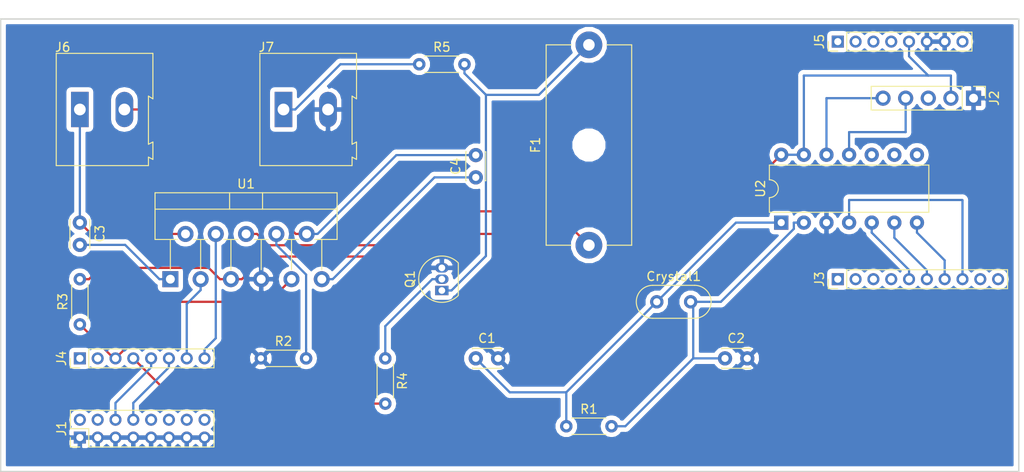
<source format=kicad_pcb>
(kicad_pcb (version 20171130) (host pcbnew 5.0.2+dfsg1-1)

  (general
    (thickness 1.6)
    (drawings 4)
    (tracks 114)
    (zones 0)
    (modules 21)
    (nets 49)
  )

  (page A4)
  (layers
    (0 F.Cu signal)
    (31 B.Cu signal)
    (32 B.Adhes user)
    (33 F.Adhes user)
    (34 B.Paste user)
    (35 F.Paste user)
    (36 B.SilkS user)
    (37 F.SilkS user)
    (38 B.Mask user)
    (39 F.Mask user)
    (40 Dwgs.User user)
    (41 Cmts.User user)
    (42 Eco1.User user)
    (43 Eco2.User user)
    (44 Edge.Cuts user)
    (45 Margin user)
    (46 B.CrtYd user)
    (47 F.CrtYd user)
    (48 B.Fab user)
    (49 F.Fab user)
  )

  (setup
    (last_trace_width 0.25)
    (trace_clearance 0.2)
    (zone_clearance 0.508)
    (zone_45_only no)
    (trace_min 0.2)
    (segment_width 0.2)
    (edge_width 0.15)
    (via_size 0.8)
    (via_drill 0.4)
    (via_min_size 0.4)
    (via_min_drill 0.3)
    (uvia_size 0.3)
    (uvia_drill 0.1)
    (uvias_allowed no)
    (uvia_min_size 0.2)
    (uvia_min_drill 0.1)
    (pcb_text_width 0.3)
    (pcb_text_size 1.5 1.5)
    (mod_edge_width 0.15)
    (mod_text_size 1 1)
    (mod_text_width 0.15)
    (pad_size 1.524 1.524)
    (pad_drill 0.762)
    (pad_to_mask_clearance 0.051)
    (solder_mask_min_width 0.25)
    (aux_axis_origin 0 0)
    (visible_elements FFFFFF7F)
    (pcbplotparams
      (layerselection 0x010fc_ffffffff)
      (usegerberextensions false)
      (usegerberattributes false)
      (usegerberadvancedattributes false)
      (creategerberjobfile false)
      (excludeedgelayer true)
      (linewidth 0.100000)
      (plotframeref false)
      (viasonmask false)
      (mode 1)
      (useauxorigin false)
      (hpglpennumber 1)
      (hpglpenspeed 20)
      (hpglpendiameter 15.000000)
      (psnegative false)
      (psa4output false)
      (plotreference true)
      (plotvalue true)
      (plotinvisibletext false)
      (padsonsilk false)
      (subtractmaskfromsilk false)
      (outputformat 1)
      (mirror false)
      (drillshape 1)
      (scaleselection 1)
      (outputdirectory ""))
  )

  (net 0 "")
  (net 1 "Net-(C1-Pad1)")
  (net 2 GND)
  (net 3 "Net-(C2-Pad1)")
  (net 4 "Net-(C3-Pad1)")
  (net 5 "Net-(C3-Pad2)")
  (net 6 "Net-(C4-Pad2)")
  (net 7 "Net-(C4-Pad1)")
  (net 8 "Net-(F1-Pad1)")
  (net 9 "Net-(F1-Pad2)")
  (net 10 "Net-(J1-Pad2)")
  (net 11 "Net-(J1-Pad4)")
  (net 12 ELB1)
  (net 13 ELB2)
  (net 14 "Net-(J1-Pad10)")
  (net 15 "Net-(J1-Pad12)")
  (net 16 "Net-(J1-Pad14)")
  (net 17 "Net-(J1-Pad16)")
  (net 18 +5V)
  (net 19 "Net-(J2-Pad3)")
  (net 20 "Net-(J2-Pad4)")
  (net 21 "Net-(J2-Pad5)")
  (net 22 "Net-(J3-Pad1)")
  (net 23 "Net-(J3-Pad2)")
  (net 24 "Net-(J3-Pad3)")
  (net 25 "Net-(J3-Pad4)")
  (net 26 SCLK)
  (net 27 MISO)
  (net 28 MOSI)
  (net 29 "#SS")
  (net 30 "Net-(J3-Pad9)")
  (net 31 "Net-(J3-Pad10)")
  (net 32 "Net-(J4-Pad1)")
  (net 33 "Net-(J4-Pad2)")
  (net 34 TH_FLAG)
  (net 35 DISABLE)
  (net 36 PWM)
  (net 37 BRAKE)
  (net 38 "Net-(J5-Pad8)")
  (net 39 "Net-(J5-Pad4)")
  (net 40 "Net-(J5-Pad3)")
  (net 41 "Net-(J5-Pad2)")
  (net 42 "Net-(J5-Pad1)")
  (net 43 +28V)
  (net 44 "Net-(Q1-Pad2)")
  (net 45 "Net-(R2-Pad2)")
  (net 46 "Net-(U2-Pad10)")
  (net 47 "Net-(U2-Pad9)")
  (net 48 "Net-(U2-Pad8)")

  (net_class Default "This is the default net class."
    (clearance 0.2)
    (trace_width 0.25)
    (via_dia 0.8)
    (via_drill 0.4)
    (uvia_dia 0.3)
    (uvia_drill 0.1)
    (add_net "#SS")
    (add_net +28V)
    (add_net +5V)
    (add_net BRAKE)
    (add_net DISABLE)
    (add_net ELB1)
    (add_net ELB2)
    (add_net GND)
    (add_net MISO)
    (add_net MOSI)
    (add_net "Net-(C1-Pad1)")
    (add_net "Net-(C2-Pad1)")
    (add_net "Net-(C3-Pad1)")
    (add_net "Net-(C3-Pad2)")
    (add_net "Net-(C4-Pad1)")
    (add_net "Net-(C4-Pad2)")
    (add_net "Net-(F1-Pad1)")
    (add_net "Net-(F1-Pad2)")
    (add_net "Net-(J1-Pad10)")
    (add_net "Net-(J1-Pad12)")
    (add_net "Net-(J1-Pad14)")
    (add_net "Net-(J1-Pad16)")
    (add_net "Net-(J1-Pad2)")
    (add_net "Net-(J1-Pad4)")
    (add_net "Net-(J2-Pad3)")
    (add_net "Net-(J2-Pad4)")
    (add_net "Net-(J2-Pad5)")
    (add_net "Net-(J3-Pad1)")
    (add_net "Net-(J3-Pad10)")
    (add_net "Net-(J3-Pad2)")
    (add_net "Net-(J3-Pad3)")
    (add_net "Net-(J3-Pad4)")
    (add_net "Net-(J3-Pad9)")
    (add_net "Net-(J4-Pad1)")
    (add_net "Net-(J4-Pad2)")
    (add_net "Net-(J5-Pad1)")
    (add_net "Net-(J5-Pad2)")
    (add_net "Net-(J5-Pad3)")
    (add_net "Net-(J5-Pad4)")
    (add_net "Net-(J5-Pad8)")
    (add_net "Net-(Q1-Pad2)")
    (add_net "Net-(R2-Pad2)")
    (add_net "Net-(U2-Pad10)")
    (add_net "Net-(U2-Pad8)")
    (add_net "Net-(U2-Pad9)")
    (add_net PWM)
    (add_net SCLK)
    (add_net TH_FLAG)
  )

  (module Package_TO_SOT_THT:TO-220-11_P3.4x5.08mm_StaggerOdd_Lead4.85mm_Vertical (layer F.Cu) (tedit 5AF05A31) (tstamp 5F4C3AA8)
    (at 107.95 80.01)
    (descr "TO-220-11, Vertical, RM 1.7mm, staggered type-1, see http://www.st.com/resource/en/datasheet/tda7391lv.pdf")
    (tags "TO-220-11 Vertical RM 1.7mm staggered type-1")
    (path /5F3866DE)
    (fp_text reference U1 (at 8.5 -10.7) (layer F.SilkS)
      (effects (font (size 1 1) (thickness 0.15)))
    )
    (fp_text value LMD18200 (at 8.5 2.15) (layer F.Fab)
      (effects (font (size 1 1) (thickness 0.15)))
    )
    (fp_line (start -1.6 -9.58) (end -1.6 -4.58) (layer F.Fab) (width 0.1))
    (fp_line (start -1.6 -4.58) (end 18.6 -4.58) (layer F.Fab) (width 0.1))
    (fp_line (start 18.6 -4.58) (end 18.6 -9.58) (layer F.Fab) (width 0.1))
    (fp_line (start 18.6 -9.58) (end -1.6 -9.58) (layer F.Fab) (width 0.1))
    (fp_line (start -1.6 -7.98) (end 18.6 -7.98) (layer F.Fab) (width 0.1))
    (fp_line (start 6.65 -9.58) (end 6.65 -7.98) (layer F.Fab) (width 0.1))
    (fp_line (start 10.35 -9.58) (end 10.35 -7.98) (layer F.Fab) (width 0.1))
    (fp_line (start 0 -4.58) (end 0 0) (layer F.Fab) (width 0.1))
    (fp_line (start 3.4 -4.58) (end 3.4 0) (layer F.Fab) (width 0.1))
    (fp_line (start 6.8 -4.58) (end 6.8 0) (layer F.Fab) (width 0.1))
    (fp_line (start 10.2 -4.58) (end 10.2 0) (layer F.Fab) (width 0.1))
    (fp_line (start 13.6 -4.58) (end 13.6 0) (layer F.Fab) (width 0.1))
    (fp_line (start 17 -4.58) (end 17 0) (layer F.Fab) (width 0.1))
    (fp_line (start -1.72 -9.7) (end 18.72 -9.7) (layer F.SilkS) (width 0.12))
    (fp_line (start -1.72 -4.459) (end 0.776 -4.459) (layer F.SilkS) (width 0.12))
    (fp_line (start 2.625 -4.459) (end 4.176 -4.459) (layer F.SilkS) (width 0.12))
    (fp_line (start 6.025 -4.459) (end 7.576 -4.459) (layer F.SilkS) (width 0.12))
    (fp_line (start 9.425 -4.459) (end 10.976 -4.459) (layer F.SilkS) (width 0.12))
    (fp_line (start 12.825 -4.459) (end 14.376 -4.459) (layer F.SilkS) (width 0.12))
    (fp_line (start 16.225 -4.459) (end 18.72 -4.459) (layer F.SilkS) (width 0.12))
    (fp_line (start -1.72 -9.7) (end -1.72 -4.459) (layer F.SilkS) (width 0.12))
    (fp_line (start 18.72 -9.7) (end 18.72 -4.459) (layer F.SilkS) (width 0.12))
    (fp_line (start -1.72 -7.86) (end 18.72 -7.86) (layer F.SilkS) (width 0.12))
    (fp_line (start 6.65 -9.7) (end 6.65 -7.86) (layer F.SilkS) (width 0.12))
    (fp_line (start 10.35 -9.7) (end 10.35 -7.86) (layer F.SilkS) (width 0.12))
    (fp_line (start 0 -4.459) (end 0 -1.05) (layer F.SilkS) (width 0.12))
    (fp_line (start 3.4 -4.459) (end 3.4 -1.065) (layer F.SilkS) (width 0.12))
    (fp_line (start 6.8 -4.459) (end 6.8 -1.065) (layer F.SilkS) (width 0.12))
    (fp_line (start 10.2 -4.459) (end 10.2 -1.065) (layer F.SilkS) (width 0.12))
    (fp_line (start 13.6 -4.459) (end 13.6 -1.065) (layer F.SilkS) (width 0.12))
    (fp_line (start 17 -4.459) (end 17 -1.065) (layer F.SilkS) (width 0.12))
    (fp_line (start -1.85 -9.83) (end -1.85 1.16) (layer F.CrtYd) (width 0.05))
    (fp_line (start -1.85 1.16) (end 18.85 1.16) (layer F.CrtYd) (width 0.05))
    (fp_line (start 18.85 1.16) (end 18.85 -9.83) (layer F.CrtYd) (width 0.05))
    (fp_line (start 18.85 -9.83) (end -1.85 -9.83) (layer F.CrtYd) (width 0.05))
    (fp_text user %R (at 8.5 -10.7) (layer F.Fab)
      (effects (font (size 1 1) (thickness 0.15)))
    )
    (pad 1 thru_hole rect (at 0 0) (size 1.8 1.8) (drill 1) (layers *.Cu *.Mask)
      (net 5 "Net-(C3-Pad2)"))
    (pad 2 thru_hole oval (at 1.7 -5.08) (size 1.8 1.8) (drill 1) (layers *.Cu *.Mask)
      (net 4 "Net-(C3-Pad1)"))
    (pad 3 thru_hole oval (at 3.4 0) (size 1.8 1.8) (drill 1) (layers *.Cu *.Mask)
      (net 36 PWM))
    (pad 4 thru_hole oval (at 5.1 -5.08) (size 1.8 1.8) (drill 1) (layers *.Cu *.Mask)
      (net 37 BRAKE))
    (pad 5 thru_hole oval (at 6.8 0) (size 1.8 1.8) (drill 1) (layers *.Cu *.Mask)
      (net 18 +5V))
    (pad 6 thru_hole oval (at 8.5 -5.08) (size 1.8 1.8) (drill 1) (layers *.Cu *.Mask)
      (net 8 "Net-(F1-Pad1)"))
    (pad 7 thru_hole oval (at 10.2 0) (size 1.8 1.8) (drill 1) (layers *.Cu *.Mask)
      (net 2 GND))
    (pad 8 thru_hole oval (at 11.9 -5.08) (size 1.8 1.8) (drill 1) (layers *.Cu *.Mask)
      (net 45 "Net-(R2-Pad2)"))
    (pad 9 thru_hole oval (at 13.6 0) (size 1.8 1.8) (drill 1) (layers *.Cu *.Mask)
      (net 34 TH_FLAG))
    (pad 10 thru_hole oval (at 15.3 -5.08) (size 1.8 1.8) (drill 1) (layers *.Cu *.Mask)
      (net 6 "Net-(C4-Pad2)"))
    (pad 11 thru_hole oval (at 17 0) (size 1.8 1.8) (drill 1) (layers *.Cu *.Mask)
      (net 7 "Net-(C4-Pad1)"))
    (model ${KISYS3DMOD}/Package_TO_SOT_THT.3dshapes/TO-220-11_P3.4x5.08mm_StaggerOdd_Lead4.85mm_Vertical.wrl
      (at (xyz 0 0 0))
      (scale (xyz 1 1 1))
      (rotate (xyz 0 0 0))
    )
  )

  (module Connector_PinHeader_2.54mm:PinHeader_1x05_P2.54mm_Vertical (layer F.Cu) (tedit 59FED5CC) (tstamp 5F4C38E0)
    (at 198.12 59.69 270)
    (descr "Through hole straight pin header, 1x05, 2.54mm pitch, single row")
    (tags "Through hole pin header THT 1x05 2.54mm single row")
    (path /5F2F72BA)
    (fp_text reference J2 (at 0 -2.33 270) (layer F.SilkS)
      (effects (font (size 1 1) (thickness 0.15)))
    )
    (fp_text value "Connector Encoder" (at 0 12.49 270) (layer F.Fab)
      (effects (font (size 1 1) (thickness 0.15)))
    )
    (fp_line (start -0.635 -1.27) (end 1.27 -1.27) (layer F.Fab) (width 0.1))
    (fp_line (start 1.27 -1.27) (end 1.27 11.43) (layer F.Fab) (width 0.1))
    (fp_line (start 1.27 11.43) (end -1.27 11.43) (layer F.Fab) (width 0.1))
    (fp_line (start -1.27 11.43) (end -1.27 -0.635) (layer F.Fab) (width 0.1))
    (fp_line (start -1.27 -0.635) (end -0.635 -1.27) (layer F.Fab) (width 0.1))
    (fp_line (start -1.33 11.49) (end 1.33 11.49) (layer F.SilkS) (width 0.12))
    (fp_line (start -1.33 1.27) (end -1.33 11.49) (layer F.SilkS) (width 0.12))
    (fp_line (start 1.33 1.27) (end 1.33 11.49) (layer F.SilkS) (width 0.12))
    (fp_line (start -1.33 1.27) (end 1.33 1.27) (layer F.SilkS) (width 0.12))
    (fp_line (start -1.33 0) (end -1.33 -1.33) (layer F.SilkS) (width 0.12))
    (fp_line (start -1.33 -1.33) (end 0 -1.33) (layer F.SilkS) (width 0.12))
    (fp_line (start -1.8 -1.8) (end -1.8 11.95) (layer F.CrtYd) (width 0.05))
    (fp_line (start -1.8 11.95) (end 1.8 11.95) (layer F.CrtYd) (width 0.05))
    (fp_line (start 1.8 11.95) (end 1.8 -1.8) (layer F.CrtYd) (width 0.05))
    (fp_line (start 1.8 -1.8) (end -1.8 -1.8) (layer F.CrtYd) (width 0.05))
    (fp_text user %R (at 0 5.08) (layer F.Fab)
      (effects (font (size 1 1) (thickness 0.15)))
    )
    (pad 1 thru_hole rect (at 0 0 270) (size 1.7 1.7) (drill 1) (layers *.Cu *.Mask)
      (net 2 GND))
    (pad 2 thru_hole oval (at 0 2.54 270) (size 1.7 1.7) (drill 1) (layers *.Cu *.Mask)
      (net 18 +5V))
    (pad 3 thru_hole oval (at 0 5.08 270) (size 1.7 1.7) (drill 1) (layers *.Cu *.Mask)
      (net 19 "Net-(J2-Pad3)"))
    (pad 4 thru_hole oval (at 0 7.62 270) (size 1.7 1.7) (drill 1) (layers *.Cu *.Mask)
      (net 20 "Net-(J2-Pad4)"))
    (pad 5 thru_hole oval (at 0 10.16 270) (size 1.7 1.7) (drill 1) (layers *.Cu *.Mask)
      (net 21 "Net-(J2-Pad5)"))
    (model ${KISYS3DMOD}/Connector_PinHeader_2.54mm.3dshapes/PinHeader_1x05_P2.54mm_Vertical.wrl
      (at (xyz 0 0 0))
      (scale (xyz 1 1 1))
      (rotate (xyz 0 0 0))
    )
  )

  (module Crystal:Crystal_HC52-6mm_Vertical (layer F.Cu) (tedit 5A1AD3B8) (tstamp 5F4C3887)
    (at 162.56 82.55)
    (descr "Crystal THT HC-52/6mm, http://www.kvg-gmbh.de/assets/uploads/files/product_pdfs/XS71xx.pdf")
    (tags "THT crystalHC-49/U")
    (path /5F2FA4D4)
    (fp_text reference Crystal1 (at 1.9 -2.85) (layer F.SilkS)
      (effects (font (size 1 1) (thickness 0.15)))
    )
    (fp_text value 30MHz (at 1.9 2.85) (layer F.Fab)
      (effects (font (size 1 1) (thickness 0.15)))
    )
    (fp_text user %R (at 1.9 0) (layer F.Fab)
      (effects (font (size 1 1) (thickness 0.15)))
    )
    (fp_line (start -0.45 -1.65) (end 4.25 -1.65) (layer F.Fab) (width 0.1))
    (fp_line (start -0.45 1.65) (end 4.25 1.65) (layer F.Fab) (width 0.1))
    (fp_line (start -0.45 -1.15) (end 4.25 -1.15) (layer F.Fab) (width 0.1))
    (fp_line (start -0.45 1.15) (end 4.25 1.15) (layer F.Fab) (width 0.1))
    (fp_line (start -0.45 -1.85) (end 4.25 -1.85) (layer F.SilkS) (width 0.12))
    (fp_line (start -0.45 1.85) (end 4.25 1.85) (layer F.SilkS) (width 0.12))
    (fp_line (start -2.6 -2.1) (end -2.6 2.1) (layer F.CrtYd) (width 0.05))
    (fp_line (start -2.6 2.1) (end 6.4 2.1) (layer F.CrtYd) (width 0.05))
    (fp_line (start 6.4 2.1) (end 6.4 -2.1) (layer F.CrtYd) (width 0.05))
    (fp_line (start 6.4 -2.1) (end -2.6 -2.1) (layer F.CrtYd) (width 0.05))
    (fp_arc (start -0.45 0) (end -0.45 -1.65) (angle -180) (layer F.Fab) (width 0.1))
    (fp_arc (start 4.25 0) (end 4.25 -1.65) (angle 180) (layer F.Fab) (width 0.1))
    (fp_arc (start -0.45 0) (end -0.45 -1.15) (angle -180) (layer F.Fab) (width 0.1))
    (fp_arc (start 4.25 0) (end 4.25 -1.15) (angle 180) (layer F.Fab) (width 0.1))
    (fp_arc (start -0.45 0) (end -0.45 -1.85) (angle -180) (layer F.SilkS) (width 0.12))
    (fp_arc (start 4.25 0) (end 4.25 -1.85) (angle 180) (layer F.SilkS) (width 0.12))
    (pad 1 thru_hole circle (at 0 0) (size 1.5 1.5) (drill 0.8) (layers *.Cu *.Mask)
      (net 1 "Net-(C1-Pad1)"))
    (pad 2 thru_hole circle (at 3.8 0) (size 1.5 1.5) (drill 0.8) (layers *.Cu *.Mask)
      (net 3 "Net-(C2-Pad1)"))
    (model ${KISYS3DMOD}/Crystal.3dshapes/Crystal_HC52-6mm_Vertical.wrl
      (at (xyz 0 0 0))
      (scale (xyz 1 1 1))
      (rotate (xyz 0 0 0))
    )
  )

  (module Capacitor_THT:C_Disc_D3.0mm_W2.0mm_P2.50mm (layer F.Cu) (tedit 5AE50EF0) (tstamp 5F4C3831)
    (at 142.24 88.9)
    (descr "C, Disc series, Radial, pin pitch=2.50mm, , diameter*width=3*2mm^2, Capacitor")
    (tags "C Disc series Radial pin pitch 2.50mm  diameter 3mm width 2mm Capacitor")
    (path /5F2E936A)
    (fp_text reference C1 (at 1.25 -2.25) (layer F.SilkS)
      (effects (font (size 1 1) (thickness 0.15)))
    )
    (fp_text value 10pF (at 1.25 2.25) (layer F.Fab)
      (effects (font (size 1 1) (thickness 0.15)))
    )
    (fp_line (start -0.25 -1) (end -0.25 1) (layer F.Fab) (width 0.1))
    (fp_line (start -0.25 1) (end 2.75 1) (layer F.Fab) (width 0.1))
    (fp_line (start 2.75 1) (end 2.75 -1) (layer F.Fab) (width 0.1))
    (fp_line (start 2.75 -1) (end -0.25 -1) (layer F.Fab) (width 0.1))
    (fp_line (start -0.37 -1.12) (end 2.87 -1.12) (layer F.SilkS) (width 0.12))
    (fp_line (start -0.37 1.12) (end 2.87 1.12) (layer F.SilkS) (width 0.12))
    (fp_line (start -0.37 -1.12) (end -0.37 -1.055) (layer F.SilkS) (width 0.12))
    (fp_line (start -0.37 1.055) (end -0.37 1.12) (layer F.SilkS) (width 0.12))
    (fp_line (start 2.87 -1.12) (end 2.87 -1.055) (layer F.SilkS) (width 0.12))
    (fp_line (start 2.87 1.055) (end 2.87 1.12) (layer F.SilkS) (width 0.12))
    (fp_line (start -1.05 -1.25) (end -1.05 1.25) (layer F.CrtYd) (width 0.05))
    (fp_line (start -1.05 1.25) (end 3.55 1.25) (layer F.CrtYd) (width 0.05))
    (fp_line (start 3.55 1.25) (end 3.55 -1.25) (layer F.CrtYd) (width 0.05))
    (fp_line (start 3.55 -1.25) (end -1.05 -1.25) (layer F.CrtYd) (width 0.05))
    (fp_text user %R (at 1.25 0) (layer F.Fab)
      (effects (font (size 0.6 0.6) (thickness 0.09)))
    )
    (pad 1 thru_hole circle (at 0 0) (size 1.6 1.6) (drill 0.8) (layers *.Cu *.Mask)
      (net 1 "Net-(C1-Pad1)"))
    (pad 2 thru_hole circle (at 2.5 0) (size 1.6 1.6) (drill 0.8) (layers *.Cu *.Mask)
      (net 2 GND))
    (model ${KISYS3DMOD}/Capacitor_THT.3dshapes/C_Disc_D3.0mm_W2.0mm_P2.50mm.wrl
      (at (xyz 0 0 0))
      (scale (xyz 1 1 1))
      (rotate (xyz 0 0 0))
    )
  )

  (module Capacitor_THT:C_Disc_D3.0mm_W2.0mm_P2.50mm (layer F.Cu) (tedit 5AE50EF0) (tstamp 5F4C3846)
    (at 170.22 88.9)
    (descr "C, Disc series, Radial, pin pitch=2.50mm, , diameter*width=3*2mm^2, Capacitor")
    (tags "C Disc series Radial pin pitch 2.50mm  diameter 3mm width 2mm Capacitor")
    (path /5F2F5555)
    (fp_text reference C2 (at 1.25 -2.25) (layer F.SilkS)
      (effects (font (size 1 1) (thickness 0.15)))
    )
    (fp_text value 10pF (at 1.25 2.25) (layer F.Fab)
      (effects (font (size 1 1) (thickness 0.15)))
    )
    (fp_text user %R (at 1.25 0) (layer F.Fab)
      (effects (font (size 0.6 0.6) (thickness 0.09)))
    )
    (fp_line (start 3.55 -1.25) (end -1.05 -1.25) (layer F.CrtYd) (width 0.05))
    (fp_line (start 3.55 1.25) (end 3.55 -1.25) (layer F.CrtYd) (width 0.05))
    (fp_line (start -1.05 1.25) (end 3.55 1.25) (layer F.CrtYd) (width 0.05))
    (fp_line (start -1.05 -1.25) (end -1.05 1.25) (layer F.CrtYd) (width 0.05))
    (fp_line (start 2.87 1.055) (end 2.87 1.12) (layer F.SilkS) (width 0.12))
    (fp_line (start 2.87 -1.12) (end 2.87 -1.055) (layer F.SilkS) (width 0.12))
    (fp_line (start -0.37 1.055) (end -0.37 1.12) (layer F.SilkS) (width 0.12))
    (fp_line (start -0.37 -1.12) (end -0.37 -1.055) (layer F.SilkS) (width 0.12))
    (fp_line (start -0.37 1.12) (end 2.87 1.12) (layer F.SilkS) (width 0.12))
    (fp_line (start -0.37 -1.12) (end 2.87 -1.12) (layer F.SilkS) (width 0.12))
    (fp_line (start 2.75 -1) (end -0.25 -1) (layer F.Fab) (width 0.1))
    (fp_line (start 2.75 1) (end 2.75 -1) (layer F.Fab) (width 0.1))
    (fp_line (start -0.25 1) (end 2.75 1) (layer F.Fab) (width 0.1))
    (fp_line (start -0.25 -1) (end -0.25 1) (layer F.Fab) (width 0.1))
    (pad 2 thru_hole circle (at 2.5 0) (size 1.6 1.6) (drill 0.8) (layers *.Cu *.Mask)
      (net 2 GND))
    (pad 1 thru_hole circle (at 0 0) (size 1.6 1.6) (drill 0.8) (layers *.Cu *.Mask)
      (net 3 "Net-(C2-Pad1)"))
    (model ${KISYS3DMOD}/Capacitor_THT.3dshapes/C_Disc_D3.0mm_W2.0mm_P2.50mm.wrl
      (at (xyz 0 0 0))
      (scale (xyz 1 1 1))
      (rotate (xyz 0 0 0))
    )
  )

  (module Capacitor_THT:C_Disc_D3.0mm_W2.0mm_P2.50mm (layer F.Cu) (tedit 5AE50EF0) (tstamp 5F4C385B)
    (at 97.79 73.66 270)
    (descr "C, Disc series, Radial, pin pitch=2.50mm, , diameter*width=3*2mm^2, Capacitor")
    (tags "C Disc series Radial pin pitch 2.50mm  diameter 3mm width 2mm Capacitor")
    (path /5F38EF9A)
    (fp_text reference C3 (at 1.25 -2.25 270) (layer F.SilkS)
      (effects (font (size 1 1) (thickness 0.15)))
    )
    (fp_text value 10nF (at 1.25 2.25 270) (layer F.Fab)
      (effects (font (size 1 1) (thickness 0.15)))
    )
    (fp_line (start -0.25 -1) (end -0.25 1) (layer F.Fab) (width 0.1))
    (fp_line (start -0.25 1) (end 2.75 1) (layer F.Fab) (width 0.1))
    (fp_line (start 2.75 1) (end 2.75 -1) (layer F.Fab) (width 0.1))
    (fp_line (start 2.75 -1) (end -0.25 -1) (layer F.Fab) (width 0.1))
    (fp_line (start -0.37 -1.12) (end 2.87 -1.12) (layer F.SilkS) (width 0.12))
    (fp_line (start -0.37 1.12) (end 2.87 1.12) (layer F.SilkS) (width 0.12))
    (fp_line (start -0.37 -1.12) (end -0.37 -1.055) (layer F.SilkS) (width 0.12))
    (fp_line (start -0.37 1.055) (end -0.37 1.12) (layer F.SilkS) (width 0.12))
    (fp_line (start 2.87 -1.12) (end 2.87 -1.055) (layer F.SilkS) (width 0.12))
    (fp_line (start 2.87 1.055) (end 2.87 1.12) (layer F.SilkS) (width 0.12))
    (fp_line (start -1.05 -1.25) (end -1.05 1.25) (layer F.CrtYd) (width 0.05))
    (fp_line (start -1.05 1.25) (end 3.55 1.25) (layer F.CrtYd) (width 0.05))
    (fp_line (start 3.55 1.25) (end 3.55 -1.25) (layer F.CrtYd) (width 0.05))
    (fp_line (start 3.55 -1.25) (end -1.05 -1.25) (layer F.CrtYd) (width 0.05))
    (fp_text user %R (at 1.25 0 270) (layer F.Fab)
      (effects (font (size 0.6 0.6) (thickness 0.09)))
    )
    (pad 1 thru_hole circle (at 0 0 270) (size 1.6 1.6) (drill 0.8) (layers *.Cu *.Mask)
      (net 4 "Net-(C3-Pad1)"))
    (pad 2 thru_hole circle (at 2.5 0 270) (size 1.6 1.6) (drill 0.8) (layers *.Cu *.Mask)
      (net 5 "Net-(C3-Pad2)"))
    (model ${KISYS3DMOD}/Capacitor_THT.3dshapes/C_Disc_D3.0mm_W2.0mm_P2.50mm.wrl
      (at (xyz 0 0 0))
      (scale (xyz 1 1 1))
      (rotate (xyz 0 0 0))
    )
  )

  (module Capacitor_THT:C_Disc_D3.0mm_W2.0mm_P2.50mm (layer F.Cu) (tedit 5AE50EF0) (tstamp 5F4C3870)
    (at 142.24 68.58 90)
    (descr "C, Disc series, Radial, pin pitch=2.50mm, , diameter*width=3*2mm^2, Capacitor")
    (tags "C Disc series Radial pin pitch 2.50mm  diameter 3mm width 2mm Capacitor")
    (path /5F3977D7)
    (fp_text reference C4 (at 1.25 -2.25 90) (layer F.SilkS)
      (effects (font (size 1 1) (thickness 0.15)))
    )
    (fp_text value 10nF (at 1.25 2.25 90) (layer F.Fab)
      (effects (font (size 1 1) (thickness 0.15)))
    )
    (fp_text user %R (at 1.25 0 90) (layer F.Fab)
      (effects (font (size 0.6 0.6) (thickness 0.09)))
    )
    (fp_line (start 3.55 -1.25) (end -1.05 -1.25) (layer F.CrtYd) (width 0.05))
    (fp_line (start 3.55 1.25) (end 3.55 -1.25) (layer F.CrtYd) (width 0.05))
    (fp_line (start -1.05 1.25) (end 3.55 1.25) (layer F.CrtYd) (width 0.05))
    (fp_line (start -1.05 -1.25) (end -1.05 1.25) (layer F.CrtYd) (width 0.05))
    (fp_line (start 2.87 1.055) (end 2.87 1.12) (layer F.SilkS) (width 0.12))
    (fp_line (start 2.87 -1.12) (end 2.87 -1.055) (layer F.SilkS) (width 0.12))
    (fp_line (start -0.37 1.055) (end -0.37 1.12) (layer F.SilkS) (width 0.12))
    (fp_line (start -0.37 -1.12) (end -0.37 -1.055) (layer F.SilkS) (width 0.12))
    (fp_line (start -0.37 1.12) (end 2.87 1.12) (layer F.SilkS) (width 0.12))
    (fp_line (start -0.37 -1.12) (end 2.87 -1.12) (layer F.SilkS) (width 0.12))
    (fp_line (start 2.75 -1) (end -0.25 -1) (layer F.Fab) (width 0.1))
    (fp_line (start 2.75 1) (end 2.75 -1) (layer F.Fab) (width 0.1))
    (fp_line (start -0.25 1) (end 2.75 1) (layer F.Fab) (width 0.1))
    (fp_line (start -0.25 -1) (end -0.25 1) (layer F.Fab) (width 0.1))
    (pad 2 thru_hole circle (at 2.5 0 90) (size 1.6 1.6) (drill 0.8) (layers *.Cu *.Mask)
      (net 6 "Net-(C4-Pad2)"))
    (pad 1 thru_hole circle (at 0 0 90) (size 1.6 1.6) (drill 0.8) (layers *.Cu *.Mask)
      (net 7 "Net-(C4-Pad1)"))
    (model ${KISYS3DMOD}/Capacitor_THT.3dshapes/C_Disc_D3.0mm_W2.0mm_P2.50mm.wrl
      (at (xyz 0 0 0))
      (scale (xyz 1 1 1))
      (rotate (xyz 0 0 0))
    )
  )

  (module Fuse:Fuseholder_Cylinder-5x20mm_Schurter_0031_8201_Horizontal_Open (layer F.Cu) (tedit 5A1C8BA4) (tstamp 5F4C38A1)
    (at 154.94 76.2 90)
    (descr http://www.schurter.com/var/schurter/storage/ilcatalogue/files/document/datasheet/en/pdf/typ_OGN.pdf)
    (tags "Fuseholder horizontal open 5x20 Schurter 0031.8201")
    (path /5F4EE310)
    (fp_text reference F1 (at 11.25 -6 90) (layer F.SilkS)
      (effects (font (size 1 1) (thickness 0.15)))
    )
    (fp_text value 5A (at 11.25 6 90) (layer F.Fab)
      (effects (font (size 1 1) (thickness 0.15)))
    )
    (fp_text user %R (at 11.25 4 90) (layer F.Fab)
      (effects (font (size 1 1) (thickness 0.15)))
    )
    (fp_line (start 0.1 -4.7) (end 0.1 4.7) (layer F.Fab) (width 0.1))
    (fp_line (start 0.1 4.7) (end 22.4 4.7) (layer F.Fab) (width 0.1))
    (fp_line (start 22.4 4.7) (end 22.4 -4.7) (layer F.Fab) (width 0.1))
    (fp_line (start 22.4 -4.7) (end 0.1 -4.7) (layer F.Fab) (width 0.1))
    (fp_line (start -0.25 5.05) (end -0.25 1.95) (layer F.CrtYd) (width 0.05))
    (fp_line (start 22.5 4.8) (end 22.5 2) (layer F.SilkS) (width 0.12))
    (fp_line (start 22.5 -2) (end 22.5 -4.8) (layer F.SilkS) (width 0.12))
    (fp_line (start 0 -2) (end 0 -4.8) (layer F.SilkS) (width 0.12))
    (fp_line (start 0 -4.8) (end 22.5 -4.8) (layer F.SilkS) (width 0.12))
    (fp_line (start 22.75 5.05) (end -0.25 5.05) (layer F.CrtYd) (width 0.05))
    (fp_line (start -0.25 -5.05) (end 22.75 -5.05) (layer F.CrtYd) (width 0.05))
    (fp_line (start 0 4.8) (end 22.5 4.8) (layer F.SilkS) (width 0.12))
    (fp_line (start -0.25 -1.95) (end -0.25 -5.05) (layer F.CrtYd) (width 0.05))
    (fp_line (start 22.75 -1.95) (end 22.75 -5.05) (layer F.CrtYd) (width 0.05))
    (fp_line (start 22.75 1.95) (end 22.75 5.05) (layer F.CrtYd) (width 0.05))
    (fp_line (start 0 4.8) (end 0 2) (layer F.SilkS) (width 0.12))
    (fp_arc (start 22.5 0) (end 22.75 -1.95) (angle 165.3) (layer F.CrtYd) (width 0.05))
    (fp_arc (start 0 0) (end -0.25 1.95) (angle 165.3) (layer F.CrtYd) (width 0.05))
    (pad 1 thru_hole circle (at 0 0 90) (size 3 3) (drill 1.3) (layers *.Cu *.Mask)
      (net 8 "Net-(F1-Pad1)"))
    (pad 2 thru_hole circle (at 22.5 0 90) (size 3 3) (drill 1.3) (layers *.Cu *.Mask)
      (net 9 "Net-(F1-Pad2)"))
    (pad "" np_thru_hole circle (at 11.25 0 90) (size 2.7 2.7) (drill 2.7) (layers *.Cu *.Mask))
    (model ${KISYS3DMOD}/Fuse.3dshapes/Fuseholder_Cylinder-5x20mm_Schurter_0031_8201_Horizontal_Open.wrl
      (at (xyz 0 0 0))
      (scale (xyz 1 1 1))
      (rotate (xyz 0 0 0))
    )
  )

  (module Connector_PinHeader_2.00mm:PinHeader_2x08_P2.00mm_Vertical (layer F.Cu) (tedit 59FED667) (tstamp 5F4C38C7)
    (at 97.79 97.79 90)
    (descr "Through hole straight pin header, 2x08, 2.00mm pitch, double rows")
    (tags "Through hole pin header THT 2x08 2.00mm double row")
    (path /5F44C7CF)
    (fp_text reference J1 (at 1 -2.06 90) (layer F.SilkS)
      (effects (font (size 1 1) (thickness 0.15)))
    )
    (fp_text value Conn_02x08 (at 1 16.06 90) (layer F.Fab)
      (effects (font (size 1 1) (thickness 0.15)))
    )
    (fp_line (start 0 -1) (end 3 -1) (layer F.Fab) (width 0.1))
    (fp_line (start 3 -1) (end 3 15) (layer F.Fab) (width 0.1))
    (fp_line (start 3 15) (end -1 15) (layer F.Fab) (width 0.1))
    (fp_line (start -1 15) (end -1 0) (layer F.Fab) (width 0.1))
    (fp_line (start -1 0) (end 0 -1) (layer F.Fab) (width 0.1))
    (fp_line (start -1.06 15.06) (end 3.06 15.06) (layer F.SilkS) (width 0.12))
    (fp_line (start -1.06 1) (end -1.06 15.06) (layer F.SilkS) (width 0.12))
    (fp_line (start 3.06 -1.06) (end 3.06 15.06) (layer F.SilkS) (width 0.12))
    (fp_line (start -1.06 1) (end 1 1) (layer F.SilkS) (width 0.12))
    (fp_line (start 1 1) (end 1 -1.06) (layer F.SilkS) (width 0.12))
    (fp_line (start 1 -1.06) (end 3.06 -1.06) (layer F.SilkS) (width 0.12))
    (fp_line (start -1.06 0) (end -1.06 -1.06) (layer F.SilkS) (width 0.12))
    (fp_line (start -1.06 -1.06) (end 0 -1.06) (layer F.SilkS) (width 0.12))
    (fp_line (start -1.5 -1.5) (end -1.5 15.5) (layer F.CrtYd) (width 0.05))
    (fp_line (start -1.5 15.5) (end 3.5 15.5) (layer F.CrtYd) (width 0.05))
    (fp_line (start 3.5 15.5) (end 3.5 -1.5) (layer F.CrtYd) (width 0.05))
    (fp_line (start 3.5 -1.5) (end -1.5 -1.5) (layer F.CrtYd) (width 0.05))
    (fp_text user %R (at 1 7 180) (layer F.Fab)
      (effects (font (size 1 1) (thickness 0.15)))
    )
    (pad 1 thru_hole rect (at 0 0 90) (size 1.35 1.35) (drill 0.8) (layers *.Cu *.Mask)
      (net 2 GND))
    (pad 2 thru_hole oval (at 2 0 90) (size 1.35 1.35) (drill 0.8) (layers *.Cu *.Mask)
      (net 10 "Net-(J1-Pad2)"))
    (pad 3 thru_hole oval (at 0 2 90) (size 1.35 1.35) (drill 0.8) (layers *.Cu *.Mask)
      (net 2 GND))
    (pad 4 thru_hole oval (at 2 2 90) (size 1.35 1.35) (drill 0.8) (layers *.Cu *.Mask)
      (net 11 "Net-(J1-Pad4)"))
    (pad 5 thru_hole oval (at 0 4 90) (size 1.35 1.35) (drill 0.8) (layers *.Cu *.Mask)
      (net 2 GND))
    (pad 6 thru_hole oval (at 2 4 90) (size 1.35 1.35) (drill 0.8) (layers *.Cu *.Mask)
      (net 12 ELB1))
    (pad 7 thru_hole oval (at 0 6 90) (size 1.35 1.35) (drill 0.8) (layers *.Cu *.Mask)
      (net 2 GND))
    (pad 8 thru_hole oval (at 2 6 90) (size 1.35 1.35) (drill 0.8) (layers *.Cu *.Mask)
      (net 13 ELB2))
    (pad 9 thru_hole oval (at 0 8 90) (size 1.35 1.35) (drill 0.8) (layers *.Cu *.Mask)
      (net 2 GND))
    (pad 10 thru_hole oval (at 2 8 90) (size 1.35 1.35) (drill 0.8) (layers *.Cu *.Mask)
      (net 14 "Net-(J1-Pad10)"))
    (pad 11 thru_hole oval (at 0 10 90) (size 1.35 1.35) (drill 0.8) (layers *.Cu *.Mask)
      (net 2 GND))
    (pad 12 thru_hole oval (at 2 10 90) (size 1.35 1.35) (drill 0.8) (layers *.Cu *.Mask)
      (net 15 "Net-(J1-Pad12)"))
    (pad 13 thru_hole oval (at 0 12 90) (size 1.35 1.35) (drill 0.8) (layers *.Cu *.Mask)
      (net 2 GND))
    (pad 14 thru_hole oval (at 2 12 90) (size 1.35 1.35) (drill 0.8) (layers *.Cu *.Mask)
      (net 16 "Net-(J1-Pad14)"))
    (pad 15 thru_hole oval (at 0 14 90) (size 1.35 1.35) (drill 0.8) (layers *.Cu *.Mask)
      (net 2 GND))
    (pad 16 thru_hole oval (at 2 14 90) (size 1.35 1.35) (drill 0.8) (layers *.Cu *.Mask)
      (net 17 "Net-(J1-Pad16)"))
    (model ${KISYS3DMOD}/Connector_PinHeader_2.00mm.3dshapes/PinHeader_2x08_P2.00mm_Vertical.wrl
      (at (xyz 0 0 0))
      (scale (xyz 1 1 1))
      (rotate (xyz 0 0 0))
    )
  )

  (module Connector_PinHeader_2.00mm:PinHeader_1x10_P2.00mm_Vertical (layer F.Cu) (tedit 59FED667) (tstamp 5F4C38FE)
    (at 182.88 80.01 90)
    (descr "Through hole straight pin header, 1x10, 2.00mm pitch, single row")
    (tags "Through hole pin header THT 1x10 2.00mm single row")
    (path /5F486E94)
    (fp_text reference J3 (at 0 -2.06 90) (layer F.SilkS)
      (effects (font (size 1 1) (thickness 0.15)))
    )
    (fp_text value Conn_01x10 (at 0 20.06 90) (layer F.Fab)
      (effects (font (size 1 1) (thickness 0.15)))
    )
    (fp_line (start -0.5 -1) (end 1 -1) (layer F.Fab) (width 0.1))
    (fp_line (start 1 -1) (end 1 19) (layer F.Fab) (width 0.1))
    (fp_line (start 1 19) (end -1 19) (layer F.Fab) (width 0.1))
    (fp_line (start -1 19) (end -1 -0.5) (layer F.Fab) (width 0.1))
    (fp_line (start -1 -0.5) (end -0.5 -1) (layer F.Fab) (width 0.1))
    (fp_line (start -1.06 19.06) (end 1.06 19.06) (layer F.SilkS) (width 0.12))
    (fp_line (start -1.06 1) (end -1.06 19.06) (layer F.SilkS) (width 0.12))
    (fp_line (start 1.06 1) (end 1.06 19.06) (layer F.SilkS) (width 0.12))
    (fp_line (start -1.06 1) (end 1.06 1) (layer F.SilkS) (width 0.12))
    (fp_line (start -1.06 0) (end -1.06 -1.06) (layer F.SilkS) (width 0.12))
    (fp_line (start -1.06 -1.06) (end 0 -1.06) (layer F.SilkS) (width 0.12))
    (fp_line (start -1.5 -1.5) (end -1.5 19.5) (layer F.CrtYd) (width 0.05))
    (fp_line (start -1.5 19.5) (end 1.5 19.5) (layer F.CrtYd) (width 0.05))
    (fp_line (start 1.5 19.5) (end 1.5 -1.5) (layer F.CrtYd) (width 0.05))
    (fp_line (start 1.5 -1.5) (end -1.5 -1.5) (layer F.CrtYd) (width 0.05))
    (fp_text user %R (at 0 9 180) (layer F.Fab)
      (effects (font (size 1 1) (thickness 0.15)))
    )
    (pad 1 thru_hole rect (at 0 0 90) (size 1.35 1.35) (drill 0.8) (layers *.Cu *.Mask)
      (net 22 "Net-(J3-Pad1)"))
    (pad 2 thru_hole oval (at 0 2 90) (size 1.35 1.35) (drill 0.8) (layers *.Cu *.Mask)
      (net 23 "Net-(J3-Pad2)"))
    (pad 3 thru_hole oval (at 0 4 90) (size 1.35 1.35) (drill 0.8) (layers *.Cu *.Mask)
      (net 24 "Net-(J3-Pad3)"))
    (pad 4 thru_hole oval (at 0 6 90) (size 1.35 1.35) (drill 0.8) (layers *.Cu *.Mask)
      (net 25 "Net-(J3-Pad4)"))
    (pad 5 thru_hole oval (at 0 8 90) (size 1.35 1.35) (drill 0.8) (layers *.Cu *.Mask)
      (net 26 SCLK))
    (pad 6 thru_hole oval (at 0 10 90) (size 1.35 1.35) (drill 0.8) (layers *.Cu *.Mask)
      (net 27 MISO))
    (pad 7 thru_hole oval (at 0 12 90) (size 1.35 1.35) (drill 0.8) (layers *.Cu *.Mask)
      (net 28 MOSI))
    (pad 8 thru_hole oval (at 0 14 90) (size 1.35 1.35) (drill 0.8) (layers *.Cu *.Mask)
      (net 29 "#SS"))
    (pad 9 thru_hole oval (at 0 16 90) (size 1.35 1.35) (drill 0.8) (layers *.Cu *.Mask)
      (net 30 "Net-(J3-Pad9)"))
    (pad 10 thru_hole oval (at 0 18 90) (size 1.35 1.35) (drill 0.8) (layers *.Cu *.Mask)
      (net 31 "Net-(J3-Pad10)"))
    (model ${KISYS3DMOD}/Connector_PinHeader_2.00mm.3dshapes/PinHeader_1x10_P2.00mm_Vertical.wrl
      (at (xyz 0 0 0))
      (scale (xyz 1 1 1))
      (rotate (xyz 0 0 0))
    )
  )

  (module Connector_PinHeader_2.00mm:PinHeader_1x08_P2.00mm_Vertical (layer F.Cu) (tedit 59FED667) (tstamp 5F4C391A)
    (at 97.79 88.9 90)
    (descr "Through hole straight pin header, 1x08, 2.00mm pitch, single row")
    (tags "Through hole pin header THT 1x08 2.00mm single row")
    (path /5F4DA758)
    (fp_text reference J4 (at 0 -2.06 90) (layer F.SilkS)
      (effects (font (size 1 1) (thickness 0.15)))
    )
    (fp_text value Conn_01x08 (at 0 16.06 90) (layer F.Fab)
      (effects (font (size 1 1) (thickness 0.15)))
    )
    (fp_line (start -0.5 -1) (end 1 -1) (layer F.Fab) (width 0.1))
    (fp_line (start 1 -1) (end 1 15) (layer F.Fab) (width 0.1))
    (fp_line (start 1 15) (end -1 15) (layer F.Fab) (width 0.1))
    (fp_line (start -1 15) (end -1 -0.5) (layer F.Fab) (width 0.1))
    (fp_line (start -1 -0.5) (end -0.5 -1) (layer F.Fab) (width 0.1))
    (fp_line (start -1.06 15.06) (end 1.06 15.06) (layer F.SilkS) (width 0.12))
    (fp_line (start -1.06 1) (end -1.06 15.06) (layer F.SilkS) (width 0.12))
    (fp_line (start 1.06 1) (end 1.06 15.06) (layer F.SilkS) (width 0.12))
    (fp_line (start -1.06 1) (end 1.06 1) (layer F.SilkS) (width 0.12))
    (fp_line (start -1.06 0) (end -1.06 -1.06) (layer F.SilkS) (width 0.12))
    (fp_line (start -1.06 -1.06) (end 0 -1.06) (layer F.SilkS) (width 0.12))
    (fp_line (start -1.5 -1.5) (end -1.5 15.5) (layer F.CrtYd) (width 0.05))
    (fp_line (start -1.5 15.5) (end 1.5 15.5) (layer F.CrtYd) (width 0.05))
    (fp_line (start 1.5 15.5) (end 1.5 -1.5) (layer F.CrtYd) (width 0.05))
    (fp_line (start 1.5 -1.5) (end -1.5 -1.5) (layer F.CrtYd) (width 0.05))
    (fp_text user %R (at 0 7 180) (layer F.Fab)
      (effects (font (size 1 1) (thickness 0.15)))
    )
    (pad 1 thru_hole rect (at 0 0 90) (size 1.35 1.35) (drill 0.8) (layers *.Cu *.Mask)
      (net 32 "Net-(J4-Pad1)"))
    (pad 2 thru_hole oval (at 0 2 90) (size 1.35 1.35) (drill 0.8) (layers *.Cu *.Mask)
      (net 33 "Net-(J4-Pad2)"))
    (pad 3 thru_hole oval (at 0 4 90) (size 1.35 1.35) (drill 0.8) (layers *.Cu *.Mask)
      (net 34 TH_FLAG))
    (pad 4 thru_hole oval (at 0 6 90) (size 1.35 1.35) (drill 0.8) (layers *.Cu *.Mask)
      (net 35 DISABLE))
    (pad 5 thru_hole oval (at 0 8 90) (size 1.35 1.35) (drill 0.8) (layers *.Cu *.Mask)
      (net 12 ELB1))
    (pad 6 thru_hole oval (at 0 10 90) (size 1.35 1.35) (drill 0.8) (layers *.Cu *.Mask)
      (net 13 ELB2))
    (pad 7 thru_hole oval (at 0 12 90) (size 1.35 1.35) (drill 0.8) (layers *.Cu *.Mask)
      (net 36 PWM))
    (pad 8 thru_hole oval (at 0 14 90) (size 1.35 1.35) (drill 0.8) (layers *.Cu *.Mask)
      (net 37 BRAKE))
    (model ${KISYS3DMOD}/Connector_PinHeader_2.00mm.3dshapes/PinHeader_1x08_P2.00mm_Vertical.wrl
      (at (xyz 0 0 0))
      (scale (xyz 1 1 1))
      (rotate (xyz 0 0 0))
    )
  )

  (module Connector_PinHeader_2.00mm:PinHeader_1x08_P2.00mm_Vertical (layer F.Cu) (tedit 59FED667) (tstamp 5F4C3936)
    (at 182.88 53.34 90)
    (descr "Through hole straight pin header, 1x08, 2.00mm pitch, single row")
    (tags "Through hole pin header THT 1x08 2.00mm single row")
    (path /5F4EDD0B)
    (fp_text reference J5 (at 0 -2.06 90) (layer F.SilkS)
      (effects (font (size 1 1) (thickness 0.15)))
    )
    (fp_text value Conn_01x08 (at 0 16.06 90) (layer F.Fab)
      (effects (font (size 1 1) (thickness 0.15)))
    )
    (fp_text user %R (at 0 7 180) (layer F.Fab)
      (effects (font (size 1 1) (thickness 0.15)))
    )
    (fp_line (start 1.5 -1.5) (end -1.5 -1.5) (layer F.CrtYd) (width 0.05))
    (fp_line (start 1.5 15.5) (end 1.5 -1.5) (layer F.CrtYd) (width 0.05))
    (fp_line (start -1.5 15.5) (end 1.5 15.5) (layer F.CrtYd) (width 0.05))
    (fp_line (start -1.5 -1.5) (end -1.5 15.5) (layer F.CrtYd) (width 0.05))
    (fp_line (start -1.06 -1.06) (end 0 -1.06) (layer F.SilkS) (width 0.12))
    (fp_line (start -1.06 0) (end -1.06 -1.06) (layer F.SilkS) (width 0.12))
    (fp_line (start -1.06 1) (end 1.06 1) (layer F.SilkS) (width 0.12))
    (fp_line (start 1.06 1) (end 1.06 15.06) (layer F.SilkS) (width 0.12))
    (fp_line (start -1.06 1) (end -1.06 15.06) (layer F.SilkS) (width 0.12))
    (fp_line (start -1.06 15.06) (end 1.06 15.06) (layer F.SilkS) (width 0.12))
    (fp_line (start -1 -0.5) (end -0.5 -1) (layer F.Fab) (width 0.1))
    (fp_line (start -1 15) (end -1 -0.5) (layer F.Fab) (width 0.1))
    (fp_line (start 1 15) (end -1 15) (layer F.Fab) (width 0.1))
    (fp_line (start 1 -1) (end 1 15) (layer F.Fab) (width 0.1))
    (fp_line (start -0.5 -1) (end 1 -1) (layer F.Fab) (width 0.1))
    (pad 8 thru_hole oval (at 0 14 90) (size 1.35 1.35) (drill 0.8) (layers *.Cu *.Mask)
      (net 38 "Net-(J5-Pad8)"))
    (pad 7 thru_hole oval (at 0 12 90) (size 1.35 1.35) (drill 0.8) (layers *.Cu *.Mask)
      (net 2 GND))
    (pad 6 thru_hole oval (at 0 10 90) (size 1.35 1.35) (drill 0.8) (layers *.Cu *.Mask)
      (net 2 GND))
    (pad 5 thru_hole oval (at 0 8 90) (size 1.35 1.35) (drill 0.8) (layers *.Cu *.Mask)
      (net 18 +5V))
    (pad 4 thru_hole oval (at 0 6 90) (size 1.35 1.35) (drill 0.8) (layers *.Cu *.Mask)
      (net 39 "Net-(J5-Pad4)"))
    (pad 3 thru_hole oval (at 0 4 90) (size 1.35 1.35) (drill 0.8) (layers *.Cu *.Mask)
      (net 40 "Net-(J5-Pad3)"))
    (pad 2 thru_hole oval (at 0 2 90) (size 1.35 1.35) (drill 0.8) (layers *.Cu *.Mask)
      (net 41 "Net-(J5-Pad2)"))
    (pad 1 thru_hole rect (at 0 0 90) (size 1.35 1.35) (drill 0.8) (layers *.Cu *.Mask)
      (net 42 "Net-(J5-Pad1)"))
    (model ${KISYS3DMOD}/Connector_PinHeader_2.00mm.3dshapes/PinHeader_1x08_P2.00mm_Vertical.wrl
      (at (xyz 0 0 0))
      (scale (xyz 1 1 1))
      (rotate (xyz 0 0 0))
    )
  )

  (module TerminalBlock:TerminalBlock_Altech_AK300-2_P5.00mm (layer F.Cu) (tedit 59FF0306) (tstamp 5F4C399D)
    (at 97.79 60.96)
    (descr "Altech AK300 terminal block, pitch 5.0mm, 45 degree angled, see http://www.mouser.com/ds/2/16/PCBMETRC-24178.pdf")
    (tags "Altech AK300 terminal block pitch 5.0mm")
    (path /5F47AB49)
    (fp_text reference J6 (at -1.92 -6.99) (layer F.SilkS)
      (effects (font (size 1 1) (thickness 0.15)))
    )
    (fp_text value Screw_Terminal_01x02 (at 2.78 7.75) (layer F.Fab)
      (effects (font (size 1 1) (thickness 0.15)))
    )
    (fp_text user %R (at 2.5 -2) (layer F.Fab)
      (effects (font (size 1 1) (thickness 0.15)))
    )
    (fp_line (start -2.65 -6.3) (end -2.65 6.3) (layer F.SilkS) (width 0.12))
    (fp_line (start -2.65 6.3) (end 7.7 6.3) (layer F.SilkS) (width 0.12))
    (fp_line (start 7.7 6.3) (end 7.7 5.35) (layer F.SilkS) (width 0.12))
    (fp_line (start 7.7 5.35) (end 8.2 5.6) (layer F.SilkS) (width 0.12))
    (fp_line (start 8.2 5.6) (end 8.2 3.7) (layer F.SilkS) (width 0.12))
    (fp_line (start 8.2 3.7) (end 8.2 3.65) (layer F.SilkS) (width 0.12))
    (fp_line (start 8.2 3.65) (end 7.7 3.9) (layer F.SilkS) (width 0.12))
    (fp_line (start 7.7 3.9) (end 7.7 -1.5) (layer F.SilkS) (width 0.12))
    (fp_line (start 7.7 -1.5) (end 8.2 -1.2) (layer F.SilkS) (width 0.12))
    (fp_line (start 8.2 -1.2) (end 8.2 -6.3) (layer F.SilkS) (width 0.12))
    (fp_line (start 8.2 -6.3) (end -2.65 -6.3) (layer F.SilkS) (width 0.12))
    (fp_line (start -1.26 2.54) (end 1.28 2.54) (layer F.Fab) (width 0.1))
    (fp_line (start 1.28 2.54) (end 1.28 -0.25) (layer F.Fab) (width 0.1))
    (fp_line (start -1.26 -0.25) (end 1.28 -0.25) (layer F.Fab) (width 0.1))
    (fp_line (start -1.26 2.54) (end -1.26 -0.25) (layer F.Fab) (width 0.1))
    (fp_line (start 3.74 2.54) (end 6.28 2.54) (layer F.Fab) (width 0.1))
    (fp_line (start 6.28 2.54) (end 6.28 -0.25) (layer F.Fab) (width 0.1))
    (fp_line (start 3.74 -0.25) (end 6.28 -0.25) (layer F.Fab) (width 0.1))
    (fp_line (start 3.74 2.54) (end 3.74 -0.25) (layer F.Fab) (width 0.1))
    (fp_line (start 7.61 -6.22) (end 7.61 -3.17) (layer F.Fab) (width 0.1))
    (fp_line (start 7.61 -6.22) (end -2.58 -6.22) (layer F.Fab) (width 0.1))
    (fp_line (start 7.61 -6.22) (end 8.11 -6.22) (layer F.Fab) (width 0.1))
    (fp_line (start 8.11 -6.22) (end 8.11 -1.4) (layer F.Fab) (width 0.1))
    (fp_line (start 8.11 -1.4) (end 7.61 -1.65) (layer F.Fab) (width 0.1))
    (fp_line (start 8.11 5.46) (end 7.61 5.21) (layer F.Fab) (width 0.1))
    (fp_line (start 7.61 5.21) (end 7.61 6.22) (layer F.Fab) (width 0.1))
    (fp_line (start 8.11 3.81) (end 7.61 4.06) (layer F.Fab) (width 0.1))
    (fp_line (start 7.61 4.06) (end 7.61 5.21) (layer F.Fab) (width 0.1))
    (fp_line (start 8.11 3.81) (end 8.11 5.46) (layer F.Fab) (width 0.1))
    (fp_line (start 2.98 6.22) (end 2.98 4.32) (layer F.Fab) (width 0.1))
    (fp_line (start 7.05 -0.25) (end 7.05 4.32) (layer F.Fab) (width 0.1))
    (fp_line (start 2.98 6.22) (end 7.05 6.22) (layer F.Fab) (width 0.1))
    (fp_line (start 7.05 6.22) (end 7.61 6.22) (layer F.Fab) (width 0.1))
    (fp_line (start 2.04 6.22) (end 2.04 4.32) (layer F.Fab) (width 0.1))
    (fp_line (start 2.04 6.22) (end 2.98 6.22) (layer F.Fab) (width 0.1))
    (fp_line (start -2.02 -0.25) (end -2.02 4.32) (layer F.Fab) (width 0.1))
    (fp_line (start -2.58 6.22) (end -2.02 6.22) (layer F.Fab) (width 0.1))
    (fp_line (start -2.02 6.22) (end 2.04 6.22) (layer F.Fab) (width 0.1))
    (fp_line (start 2.98 4.32) (end 7.05 4.32) (layer F.Fab) (width 0.1))
    (fp_line (start 2.98 4.32) (end 2.98 -0.25) (layer F.Fab) (width 0.1))
    (fp_line (start 7.05 4.32) (end 7.05 6.22) (layer F.Fab) (width 0.1))
    (fp_line (start 2.04 4.32) (end -2.02 4.32) (layer F.Fab) (width 0.1))
    (fp_line (start 2.04 4.32) (end 2.04 -0.25) (layer F.Fab) (width 0.1))
    (fp_line (start -2.02 4.32) (end -2.02 6.22) (layer F.Fab) (width 0.1))
    (fp_line (start 6.67 3.68) (end 6.67 0.51) (layer F.Fab) (width 0.1))
    (fp_line (start 6.67 3.68) (end 3.36 3.68) (layer F.Fab) (width 0.1))
    (fp_line (start 3.36 3.68) (end 3.36 0.51) (layer F.Fab) (width 0.1))
    (fp_line (start 1.66 3.68) (end 1.66 0.51) (layer F.Fab) (width 0.1))
    (fp_line (start 1.66 3.68) (end -1.64 3.68) (layer F.Fab) (width 0.1))
    (fp_line (start -1.64 3.68) (end -1.64 0.51) (layer F.Fab) (width 0.1))
    (fp_line (start -1.64 0.51) (end -1.26 0.51) (layer F.Fab) (width 0.1))
    (fp_line (start 1.66 0.51) (end 1.28 0.51) (layer F.Fab) (width 0.1))
    (fp_line (start 3.36 0.51) (end 3.74 0.51) (layer F.Fab) (width 0.1))
    (fp_line (start 6.67 0.51) (end 6.28 0.51) (layer F.Fab) (width 0.1))
    (fp_line (start -2.58 6.22) (end -2.58 -0.64) (layer F.Fab) (width 0.1))
    (fp_line (start -2.58 -0.64) (end -2.58 -3.17) (layer F.Fab) (width 0.1))
    (fp_line (start 7.61 -1.65) (end 7.61 -0.64) (layer F.Fab) (width 0.1))
    (fp_line (start 7.61 -0.64) (end 7.61 4.06) (layer F.Fab) (width 0.1))
    (fp_line (start -2.58 -3.17) (end 7.61 -3.17) (layer F.Fab) (width 0.1))
    (fp_line (start -2.58 -3.17) (end -2.58 -6.22) (layer F.Fab) (width 0.1))
    (fp_line (start 7.61 -3.17) (end 7.61 -1.65) (layer F.Fab) (width 0.1))
    (fp_line (start 2.98 -3.43) (end 2.98 -5.97) (layer F.Fab) (width 0.1))
    (fp_line (start 2.98 -5.97) (end 7.05 -5.97) (layer F.Fab) (width 0.1))
    (fp_line (start 7.05 -5.97) (end 7.05 -3.43) (layer F.Fab) (width 0.1))
    (fp_line (start 7.05 -3.43) (end 2.98 -3.43) (layer F.Fab) (width 0.1))
    (fp_line (start 2.04 -3.43) (end 2.04 -5.97) (layer F.Fab) (width 0.1))
    (fp_line (start 2.04 -3.43) (end -2.02 -3.43) (layer F.Fab) (width 0.1))
    (fp_line (start -2.02 -3.43) (end -2.02 -5.97) (layer F.Fab) (width 0.1))
    (fp_line (start 2.04 -5.97) (end -2.02 -5.97) (layer F.Fab) (width 0.1))
    (fp_line (start 3.39 -4.45) (end 6.44 -5.08) (layer F.Fab) (width 0.1))
    (fp_line (start 3.52 -4.32) (end 6.56 -4.95) (layer F.Fab) (width 0.1))
    (fp_line (start -1.62 -4.45) (end 1.44 -5.08) (layer F.Fab) (width 0.1))
    (fp_line (start -1.49 -4.32) (end 1.56 -4.95) (layer F.Fab) (width 0.1))
    (fp_line (start -2.02 -0.25) (end -1.64 -0.25) (layer F.Fab) (width 0.1))
    (fp_line (start 2.04 -0.25) (end 1.66 -0.25) (layer F.Fab) (width 0.1))
    (fp_line (start 1.66 -0.25) (end -1.64 -0.25) (layer F.Fab) (width 0.1))
    (fp_line (start -2.58 -0.64) (end -1.64 -0.64) (layer F.Fab) (width 0.1))
    (fp_line (start -1.64 -0.64) (end 1.66 -0.64) (layer F.Fab) (width 0.1))
    (fp_line (start 1.66 -0.64) (end 3.36 -0.64) (layer F.Fab) (width 0.1))
    (fp_line (start 7.61 -0.64) (end 6.67 -0.64) (layer F.Fab) (width 0.1))
    (fp_line (start 6.67 -0.64) (end 3.36 -0.64) (layer F.Fab) (width 0.1))
    (fp_line (start 7.05 -0.25) (end 6.67 -0.25) (layer F.Fab) (width 0.1))
    (fp_line (start 2.98 -0.25) (end 3.36 -0.25) (layer F.Fab) (width 0.1))
    (fp_line (start 3.36 -0.25) (end 6.67 -0.25) (layer F.Fab) (width 0.1))
    (fp_line (start -2.83 -6.47) (end 8.36 -6.47) (layer F.CrtYd) (width 0.05))
    (fp_line (start -2.83 -6.47) (end -2.83 6.47) (layer F.CrtYd) (width 0.05))
    (fp_line (start 8.36 6.47) (end 8.36 -6.47) (layer F.CrtYd) (width 0.05))
    (fp_line (start 8.36 6.47) (end -2.83 6.47) (layer F.CrtYd) (width 0.05))
    (fp_arc (start 6.03 -4.59) (end 6.54 -5.05) (angle 90.5) (layer F.Fab) (width 0.1))
    (fp_arc (start 5.07 -6.07) (end 6.53 -4.12) (angle 75.5) (layer F.Fab) (width 0.1))
    (fp_arc (start 4.99 -3.71) (end 3.39 -5) (angle 100) (layer F.Fab) (width 0.1))
    (fp_arc (start 3.87 -4.65) (end 3.58 -4.13) (angle 104.2) (layer F.Fab) (width 0.1))
    (fp_arc (start 1.03 -4.59) (end 1.53 -5.05) (angle 90.5) (layer F.Fab) (width 0.1))
    (fp_arc (start 0.06 -6.07) (end 1.53 -4.12) (angle 75.5) (layer F.Fab) (width 0.1))
    (fp_arc (start -0.01 -3.71) (end -1.62 -5) (angle 100) (layer F.Fab) (width 0.1))
    (fp_arc (start -1.13 -4.65) (end -1.42 -4.13) (angle 104.2) (layer F.Fab) (width 0.1))
    (pad 1 thru_hole rect (at 0 0) (size 1.98 3.96) (drill 1.32) (layers *.Cu *.Mask)
      (net 4 "Net-(C3-Pad1)"))
    (pad 2 thru_hole oval (at 5 0) (size 1.98 3.96) (drill 1.32) (layers *.Cu *.Mask)
      (net 6 "Net-(C4-Pad2)"))
    (model ${KISYS3DMOD}/TerminalBlock.3dshapes/TerminalBlock_Altech_AK300-2_P5.00mm.wrl
      (at (xyz 0 0 0))
      (scale (xyz 1 1 1))
      (rotate (xyz 0 0 0))
    )
  )

  (module TerminalBlock:TerminalBlock_Altech_AK300-2_P5.00mm (layer F.Cu) (tedit 59FF0306) (tstamp 5F4C3A04)
    (at 120.65 60.96)
    (descr "Altech AK300 terminal block, pitch 5.0mm, 45 degree angled, see http://www.mouser.com/ds/2/16/PCBMETRC-24178.pdf")
    (tags "Altech AK300 terminal block pitch 5.0mm")
    (path /5F5856D5)
    (fp_text reference J7 (at -1.92 -6.99) (layer F.SilkS)
      (effects (font (size 1 1) (thickness 0.15)))
    )
    (fp_text value Screw_Terminal_01x02 (at 2.78 7.75) (layer F.Fab)
      (effects (font (size 1 1) (thickness 0.15)))
    )
    (fp_arc (start -1.13 -4.65) (end -1.42 -4.13) (angle 104.2) (layer F.Fab) (width 0.1))
    (fp_arc (start -0.01 -3.71) (end -1.62 -5) (angle 100) (layer F.Fab) (width 0.1))
    (fp_arc (start 0.06 -6.07) (end 1.53 -4.12) (angle 75.5) (layer F.Fab) (width 0.1))
    (fp_arc (start 1.03 -4.59) (end 1.53 -5.05) (angle 90.5) (layer F.Fab) (width 0.1))
    (fp_arc (start 3.87 -4.65) (end 3.58 -4.13) (angle 104.2) (layer F.Fab) (width 0.1))
    (fp_arc (start 4.99 -3.71) (end 3.39 -5) (angle 100) (layer F.Fab) (width 0.1))
    (fp_arc (start 5.07 -6.07) (end 6.53 -4.12) (angle 75.5) (layer F.Fab) (width 0.1))
    (fp_arc (start 6.03 -4.59) (end 6.54 -5.05) (angle 90.5) (layer F.Fab) (width 0.1))
    (fp_line (start 8.36 6.47) (end -2.83 6.47) (layer F.CrtYd) (width 0.05))
    (fp_line (start 8.36 6.47) (end 8.36 -6.47) (layer F.CrtYd) (width 0.05))
    (fp_line (start -2.83 -6.47) (end -2.83 6.47) (layer F.CrtYd) (width 0.05))
    (fp_line (start -2.83 -6.47) (end 8.36 -6.47) (layer F.CrtYd) (width 0.05))
    (fp_line (start 3.36 -0.25) (end 6.67 -0.25) (layer F.Fab) (width 0.1))
    (fp_line (start 2.98 -0.25) (end 3.36 -0.25) (layer F.Fab) (width 0.1))
    (fp_line (start 7.05 -0.25) (end 6.67 -0.25) (layer F.Fab) (width 0.1))
    (fp_line (start 6.67 -0.64) (end 3.36 -0.64) (layer F.Fab) (width 0.1))
    (fp_line (start 7.61 -0.64) (end 6.67 -0.64) (layer F.Fab) (width 0.1))
    (fp_line (start 1.66 -0.64) (end 3.36 -0.64) (layer F.Fab) (width 0.1))
    (fp_line (start -1.64 -0.64) (end 1.66 -0.64) (layer F.Fab) (width 0.1))
    (fp_line (start -2.58 -0.64) (end -1.64 -0.64) (layer F.Fab) (width 0.1))
    (fp_line (start 1.66 -0.25) (end -1.64 -0.25) (layer F.Fab) (width 0.1))
    (fp_line (start 2.04 -0.25) (end 1.66 -0.25) (layer F.Fab) (width 0.1))
    (fp_line (start -2.02 -0.25) (end -1.64 -0.25) (layer F.Fab) (width 0.1))
    (fp_line (start -1.49 -4.32) (end 1.56 -4.95) (layer F.Fab) (width 0.1))
    (fp_line (start -1.62 -4.45) (end 1.44 -5.08) (layer F.Fab) (width 0.1))
    (fp_line (start 3.52 -4.32) (end 6.56 -4.95) (layer F.Fab) (width 0.1))
    (fp_line (start 3.39 -4.45) (end 6.44 -5.08) (layer F.Fab) (width 0.1))
    (fp_line (start 2.04 -5.97) (end -2.02 -5.97) (layer F.Fab) (width 0.1))
    (fp_line (start -2.02 -3.43) (end -2.02 -5.97) (layer F.Fab) (width 0.1))
    (fp_line (start 2.04 -3.43) (end -2.02 -3.43) (layer F.Fab) (width 0.1))
    (fp_line (start 2.04 -3.43) (end 2.04 -5.97) (layer F.Fab) (width 0.1))
    (fp_line (start 7.05 -3.43) (end 2.98 -3.43) (layer F.Fab) (width 0.1))
    (fp_line (start 7.05 -5.97) (end 7.05 -3.43) (layer F.Fab) (width 0.1))
    (fp_line (start 2.98 -5.97) (end 7.05 -5.97) (layer F.Fab) (width 0.1))
    (fp_line (start 2.98 -3.43) (end 2.98 -5.97) (layer F.Fab) (width 0.1))
    (fp_line (start 7.61 -3.17) (end 7.61 -1.65) (layer F.Fab) (width 0.1))
    (fp_line (start -2.58 -3.17) (end -2.58 -6.22) (layer F.Fab) (width 0.1))
    (fp_line (start -2.58 -3.17) (end 7.61 -3.17) (layer F.Fab) (width 0.1))
    (fp_line (start 7.61 -0.64) (end 7.61 4.06) (layer F.Fab) (width 0.1))
    (fp_line (start 7.61 -1.65) (end 7.61 -0.64) (layer F.Fab) (width 0.1))
    (fp_line (start -2.58 -0.64) (end -2.58 -3.17) (layer F.Fab) (width 0.1))
    (fp_line (start -2.58 6.22) (end -2.58 -0.64) (layer F.Fab) (width 0.1))
    (fp_line (start 6.67 0.51) (end 6.28 0.51) (layer F.Fab) (width 0.1))
    (fp_line (start 3.36 0.51) (end 3.74 0.51) (layer F.Fab) (width 0.1))
    (fp_line (start 1.66 0.51) (end 1.28 0.51) (layer F.Fab) (width 0.1))
    (fp_line (start -1.64 0.51) (end -1.26 0.51) (layer F.Fab) (width 0.1))
    (fp_line (start -1.64 3.68) (end -1.64 0.51) (layer F.Fab) (width 0.1))
    (fp_line (start 1.66 3.68) (end -1.64 3.68) (layer F.Fab) (width 0.1))
    (fp_line (start 1.66 3.68) (end 1.66 0.51) (layer F.Fab) (width 0.1))
    (fp_line (start 3.36 3.68) (end 3.36 0.51) (layer F.Fab) (width 0.1))
    (fp_line (start 6.67 3.68) (end 3.36 3.68) (layer F.Fab) (width 0.1))
    (fp_line (start 6.67 3.68) (end 6.67 0.51) (layer F.Fab) (width 0.1))
    (fp_line (start -2.02 4.32) (end -2.02 6.22) (layer F.Fab) (width 0.1))
    (fp_line (start 2.04 4.32) (end 2.04 -0.25) (layer F.Fab) (width 0.1))
    (fp_line (start 2.04 4.32) (end -2.02 4.32) (layer F.Fab) (width 0.1))
    (fp_line (start 7.05 4.32) (end 7.05 6.22) (layer F.Fab) (width 0.1))
    (fp_line (start 2.98 4.32) (end 2.98 -0.25) (layer F.Fab) (width 0.1))
    (fp_line (start 2.98 4.32) (end 7.05 4.32) (layer F.Fab) (width 0.1))
    (fp_line (start -2.02 6.22) (end 2.04 6.22) (layer F.Fab) (width 0.1))
    (fp_line (start -2.58 6.22) (end -2.02 6.22) (layer F.Fab) (width 0.1))
    (fp_line (start -2.02 -0.25) (end -2.02 4.32) (layer F.Fab) (width 0.1))
    (fp_line (start 2.04 6.22) (end 2.98 6.22) (layer F.Fab) (width 0.1))
    (fp_line (start 2.04 6.22) (end 2.04 4.32) (layer F.Fab) (width 0.1))
    (fp_line (start 7.05 6.22) (end 7.61 6.22) (layer F.Fab) (width 0.1))
    (fp_line (start 2.98 6.22) (end 7.05 6.22) (layer F.Fab) (width 0.1))
    (fp_line (start 7.05 -0.25) (end 7.05 4.32) (layer F.Fab) (width 0.1))
    (fp_line (start 2.98 6.22) (end 2.98 4.32) (layer F.Fab) (width 0.1))
    (fp_line (start 8.11 3.81) (end 8.11 5.46) (layer F.Fab) (width 0.1))
    (fp_line (start 7.61 4.06) (end 7.61 5.21) (layer F.Fab) (width 0.1))
    (fp_line (start 8.11 3.81) (end 7.61 4.06) (layer F.Fab) (width 0.1))
    (fp_line (start 7.61 5.21) (end 7.61 6.22) (layer F.Fab) (width 0.1))
    (fp_line (start 8.11 5.46) (end 7.61 5.21) (layer F.Fab) (width 0.1))
    (fp_line (start 8.11 -1.4) (end 7.61 -1.65) (layer F.Fab) (width 0.1))
    (fp_line (start 8.11 -6.22) (end 8.11 -1.4) (layer F.Fab) (width 0.1))
    (fp_line (start 7.61 -6.22) (end 8.11 -6.22) (layer F.Fab) (width 0.1))
    (fp_line (start 7.61 -6.22) (end -2.58 -6.22) (layer F.Fab) (width 0.1))
    (fp_line (start 7.61 -6.22) (end 7.61 -3.17) (layer F.Fab) (width 0.1))
    (fp_line (start 3.74 2.54) (end 3.74 -0.25) (layer F.Fab) (width 0.1))
    (fp_line (start 3.74 -0.25) (end 6.28 -0.25) (layer F.Fab) (width 0.1))
    (fp_line (start 6.28 2.54) (end 6.28 -0.25) (layer F.Fab) (width 0.1))
    (fp_line (start 3.74 2.54) (end 6.28 2.54) (layer F.Fab) (width 0.1))
    (fp_line (start -1.26 2.54) (end -1.26 -0.25) (layer F.Fab) (width 0.1))
    (fp_line (start -1.26 -0.25) (end 1.28 -0.25) (layer F.Fab) (width 0.1))
    (fp_line (start 1.28 2.54) (end 1.28 -0.25) (layer F.Fab) (width 0.1))
    (fp_line (start -1.26 2.54) (end 1.28 2.54) (layer F.Fab) (width 0.1))
    (fp_line (start 8.2 -6.3) (end -2.65 -6.3) (layer F.SilkS) (width 0.12))
    (fp_line (start 8.2 -1.2) (end 8.2 -6.3) (layer F.SilkS) (width 0.12))
    (fp_line (start 7.7 -1.5) (end 8.2 -1.2) (layer F.SilkS) (width 0.12))
    (fp_line (start 7.7 3.9) (end 7.7 -1.5) (layer F.SilkS) (width 0.12))
    (fp_line (start 8.2 3.65) (end 7.7 3.9) (layer F.SilkS) (width 0.12))
    (fp_line (start 8.2 3.7) (end 8.2 3.65) (layer F.SilkS) (width 0.12))
    (fp_line (start 8.2 5.6) (end 8.2 3.7) (layer F.SilkS) (width 0.12))
    (fp_line (start 7.7 5.35) (end 8.2 5.6) (layer F.SilkS) (width 0.12))
    (fp_line (start 7.7 6.3) (end 7.7 5.35) (layer F.SilkS) (width 0.12))
    (fp_line (start -2.65 6.3) (end 7.7 6.3) (layer F.SilkS) (width 0.12))
    (fp_line (start -2.65 -6.3) (end -2.65 6.3) (layer F.SilkS) (width 0.12))
    (fp_text user %R (at 2.5 -2) (layer F.Fab)
      (effects (font (size 1 1) (thickness 0.15)))
    )
    (pad 2 thru_hole oval (at 5 0) (size 1.98 3.96) (drill 1.32) (layers *.Cu *.Mask)
      (net 2 GND))
    (pad 1 thru_hole rect (at 0 0) (size 1.98 3.96) (drill 1.32) (layers *.Cu *.Mask)
      (net 43 +28V))
    (model ${KISYS3DMOD}/TerminalBlock.3dshapes/TerminalBlock_Altech_AK300-2_P5.00mm.wrl
      (at (xyz 0 0 0))
      (scale (xyz 1 1 1))
      (rotate (xyz 0 0 0))
    )
  )

  (module Package_TO_SOT_THT:TO-92_Inline (layer F.Cu) (tedit 5A1DD157) (tstamp 5F4C3A16)
    (at 138.43 81.28 90)
    (descr "TO-92 leads in-line, narrow, oval pads, drill 0.75mm (see NXP sot054_po.pdf)")
    (tags "to-92 sc-43 sc-43a sot54 PA33 transistor")
    (path /5F4BF13E)
    (fp_text reference Q1 (at 1.27 -3.56 90) (layer F.SilkS)
      (effects (font (size 1 1) (thickness 0.15)))
    )
    (fp_text value BC548 (at 1.27 2.79 90) (layer F.Fab)
      (effects (font (size 1 1) (thickness 0.15)))
    )
    (fp_text user %R (at 1.27 -3.56 90) (layer F.Fab)
      (effects (font (size 1 1) (thickness 0.15)))
    )
    (fp_line (start -0.53 1.85) (end 3.07 1.85) (layer F.SilkS) (width 0.12))
    (fp_line (start -0.5 1.75) (end 3 1.75) (layer F.Fab) (width 0.1))
    (fp_line (start -1.46 -2.73) (end 4 -2.73) (layer F.CrtYd) (width 0.05))
    (fp_line (start -1.46 -2.73) (end -1.46 2.01) (layer F.CrtYd) (width 0.05))
    (fp_line (start 4 2.01) (end 4 -2.73) (layer F.CrtYd) (width 0.05))
    (fp_line (start 4 2.01) (end -1.46 2.01) (layer F.CrtYd) (width 0.05))
    (fp_arc (start 1.27 0) (end 1.27 -2.48) (angle 135) (layer F.Fab) (width 0.1))
    (fp_arc (start 1.27 0) (end 1.27 -2.6) (angle -135) (layer F.SilkS) (width 0.12))
    (fp_arc (start 1.27 0) (end 1.27 -2.48) (angle -135) (layer F.Fab) (width 0.1))
    (fp_arc (start 1.27 0) (end 1.27 -2.6) (angle 135) (layer F.SilkS) (width 0.12))
    (pad 2 thru_hole oval (at 1.27 0 90) (size 1.05 1.5) (drill 0.75) (layers *.Cu *.Mask)
      (net 44 "Net-(Q1-Pad2)"))
    (pad 3 thru_hole oval (at 2.54 0 90) (size 1.05 1.5) (drill 0.75) (layers *.Cu *.Mask)
      (net 2 GND))
    (pad 1 thru_hole rect (at 0 0 90) (size 1.05 1.5) (drill 0.75) (layers *.Cu *.Mask)
      (net 9 "Net-(F1-Pad2)"))
    (model ${KISYS3DMOD}/Package_TO_SOT_THT.3dshapes/TO-92_Inline.wrl
      (at (xyz 0 0 0))
      (scale (xyz 1 1 1))
      (rotate (xyz 0 0 0))
    )
  )

  (module Resistor_THT:R_Axial_DIN0204_L3.6mm_D1.6mm_P5.08mm_Horizontal (layer F.Cu) (tedit 5AE5139B) (tstamp 5F4C3A29)
    (at 152.4 96.52)
    (descr "Resistor, Axial_DIN0204 series, Axial, Horizontal, pin pitch=5.08mm, 0.167W, length*diameter=3.6*1.6mm^2, http://cdn-reichelt.de/documents/datenblatt/B400/1_4W%23YAG.pdf")
    (tags "Resistor Axial_DIN0204 series Axial Horizontal pin pitch 5.08mm 0.167W length 3.6mm diameter 1.6mm")
    (path /5F2FC510)
    (fp_text reference R1 (at 2.54 -1.92) (layer F.SilkS)
      (effects (font (size 1 1) (thickness 0.15)))
    )
    (fp_text value 1M (at 2.54 1.92) (layer F.Fab)
      (effects (font (size 1 1) (thickness 0.15)))
    )
    (fp_line (start 0.74 -0.8) (end 0.74 0.8) (layer F.Fab) (width 0.1))
    (fp_line (start 0.74 0.8) (end 4.34 0.8) (layer F.Fab) (width 0.1))
    (fp_line (start 4.34 0.8) (end 4.34 -0.8) (layer F.Fab) (width 0.1))
    (fp_line (start 4.34 -0.8) (end 0.74 -0.8) (layer F.Fab) (width 0.1))
    (fp_line (start 0 0) (end 0.74 0) (layer F.Fab) (width 0.1))
    (fp_line (start 5.08 0) (end 4.34 0) (layer F.Fab) (width 0.1))
    (fp_line (start 0.62 -0.92) (end 4.46 -0.92) (layer F.SilkS) (width 0.12))
    (fp_line (start 0.62 0.92) (end 4.46 0.92) (layer F.SilkS) (width 0.12))
    (fp_line (start -0.95 -1.05) (end -0.95 1.05) (layer F.CrtYd) (width 0.05))
    (fp_line (start -0.95 1.05) (end 6.03 1.05) (layer F.CrtYd) (width 0.05))
    (fp_line (start 6.03 1.05) (end 6.03 -1.05) (layer F.CrtYd) (width 0.05))
    (fp_line (start 6.03 -1.05) (end -0.95 -1.05) (layer F.CrtYd) (width 0.05))
    (fp_text user %R (at 2.54 0) (layer F.Fab)
      (effects (font (size 0.72 0.72) (thickness 0.108)))
    )
    (pad 1 thru_hole circle (at 0 0) (size 1.4 1.4) (drill 0.7) (layers *.Cu *.Mask)
      (net 1 "Net-(C1-Pad1)"))
    (pad 2 thru_hole oval (at 5.08 0) (size 1.4 1.4) (drill 0.7) (layers *.Cu *.Mask)
      (net 3 "Net-(C2-Pad1)"))
    (model ${KISYS3DMOD}/Resistor_THT.3dshapes/R_Axial_DIN0204_L3.6mm_D1.6mm_P5.08mm_Horizontal.wrl
      (at (xyz 0 0 0))
      (scale (xyz 1 1 1))
      (rotate (xyz 0 0 0))
    )
  )

  (module Resistor_THT:R_Axial_DIN0204_L3.6mm_D1.6mm_P5.08mm_Horizontal (layer F.Cu) (tedit 5AE5139B) (tstamp 5F4C3A3C)
    (at 118.11 88.9)
    (descr "Resistor, Axial_DIN0204 series, Axial, Horizontal, pin pitch=5.08mm, 0.167W, length*diameter=3.6*1.6mm^2, http://cdn-reichelt.de/documents/datenblatt/B400/1_4W%23YAG.pdf")
    (tags "Resistor Axial_DIN0204 series Axial Horizontal pin pitch 5.08mm 0.167W length 3.6mm diameter 1.6mm")
    (path /5F4700BD)
    (fp_text reference R2 (at 2.54 -1.92) (layer F.SilkS)
      (effects (font (size 1 1) (thickness 0.15)))
    )
    (fp_text value 0.1R (at 2.54 1.92) (layer F.Fab)
      (effects (font (size 1 1) (thickness 0.15)))
    )
    (fp_text user %R (at 2.54 0) (layer F.Fab)
      (effects (font (size 0.72 0.72) (thickness 0.108)))
    )
    (fp_line (start 6.03 -1.05) (end -0.95 -1.05) (layer F.CrtYd) (width 0.05))
    (fp_line (start 6.03 1.05) (end 6.03 -1.05) (layer F.CrtYd) (width 0.05))
    (fp_line (start -0.95 1.05) (end 6.03 1.05) (layer F.CrtYd) (width 0.05))
    (fp_line (start -0.95 -1.05) (end -0.95 1.05) (layer F.CrtYd) (width 0.05))
    (fp_line (start 0.62 0.92) (end 4.46 0.92) (layer F.SilkS) (width 0.12))
    (fp_line (start 0.62 -0.92) (end 4.46 -0.92) (layer F.SilkS) (width 0.12))
    (fp_line (start 5.08 0) (end 4.34 0) (layer F.Fab) (width 0.1))
    (fp_line (start 0 0) (end 0.74 0) (layer F.Fab) (width 0.1))
    (fp_line (start 4.34 -0.8) (end 0.74 -0.8) (layer F.Fab) (width 0.1))
    (fp_line (start 4.34 0.8) (end 4.34 -0.8) (layer F.Fab) (width 0.1))
    (fp_line (start 0.74 0.8) (end 4.34 0.8) (layer F.Fab) (width 0.1))
    (fp_line (start 0.74 -0.8) (end 0.74 0.8) (layer F.Fab) (width 0.1))
    (pad 2 thru_hole oval (at 5.08 0) (size 1.4 1.4) (drill 0.7) (layers *.Cu *.Mask)
      (net 45 "Net-(R2-Pad2)"))
    (pad 1 thru_hole circle (at 0 0) (size 1.4 1.4) (drill 0.7) (layers *.Cu *.Mask)
      (net 2 GND))
    (model ${KISYS3DMOD}/Resistor_THT.3dshapes/R_Axial_DIN0204_L3.6mm_D1.6mm_P5.08mm_Horizontal.wrl
      (at (xyz 0 0 0))
      (scale (xyz 1 1 1))
      (rotate (xyz 0 0 0))
    )
  )

  (module Resistor_THT:R_Axial_DIN0204_L3.6mm_D1.6mm_P5.08mm_Horizontal (layer F.Cu) (tedit 5AE5139B) (tstamp 5F4C3A4F)
    (at 97.79 85.09 90)
    (descr "Resistor, Axial_DIN0204 series, Axial, Horizontal, pin pitch=5.08mm, 0.167W, length*diameter=3.6*1.6mm^2, http://cdn-reichelt.de/documents/datenblatt/B400/1_4W%23YAG.pdf")
    (tags "Resistor Axial_DIN0204 series Axial Horizontal pin pitch 5.08mm 0.167W length 3.6mm diameter 1.6mm")
    (path /5F480CFC)
    (fp_text reference R3 (at 2.54 -1.92 90) (layer F.SilkS)
      (effects (font (size 1 1) (thickness 0.15)))
    )
    (fp_text value 10K (at 2.54 1.92 90) (layer F.Fab)
      (effects (font (size 1 1) (thickness 0.15)))
    )
    (fp_line (start 0.74 -0.8) (end 0.74 0.8) (layer F.Fab) (width 0.1))
    (fp_line (start 0.74 0.8) (end 4.34 0.8) (layer F.Fab) (width 0.1))
    (fp_line (start 4.34 0.8) (end 4.34 -0.8) (layer F.Fab) (width 0.1))
    (fp_line (start 4.34 -0.8) (end 0.74 -0.8) (layer F.Fab) (width 0.1))
    (fp_line (start 0 0) (end 0.74 0) (layer F.Fab) (width 0.1))
    (fp_line (start 5.08 0) (end 4.34 0) (layer F.Fab) (width 0.1))
    (fp_line (start 0.62 -0.92) (end 4.46 -0.92) (layer F.SilkS) (width 0.12))
    (fp_line (start 0.62 0.92) (end 4.46 0.92) (layer F.SilkS) (width 0.12))
    (fp_line (start -0.95 -1.05) (end -0.95 1.05) (layer F.CrtYd) (width 0.05))
    (fp_line (start -0.95 1.05) (end 6.03 1.05) (layer F.CrtYd) (width 0.05))
    (fp_line (start 6.03 1.05) (end 6.03 -1.05) (layer F.CrtYd) (width 0.05))
    (fp_line (start 6.03 -1.05) (end -0.95 -1.05) (layer F.CrtYd) (width 0.05))
    (fp_text user %R (at 2.54 0 90) (layer F.Fab)
      (effects (font (size 0.72 0.72) (thickness 0.108)))
    )
    (pad 1 thru_hole circle (at 0 0 90) (size 1.4 1.4) (drill 0.7) (layers *.Cu *.Mask)
      (net 34 TH_FLAG))
    (pad 2 thru_hole oval (at 5.08 0 90) (size 1.4 1.4) (drill 0.7) (layers *.Cu *.Mask)
      (net 18 +5V))
    (model ${KISYS3DMOD}/Resistor_THT.3dshapes/R_Axial_DIN0204_L3.6mm_D1.6mm_P5.08mm_Horizontal.wrl
      (at (xyz 0 0 0))
      (scale (xyz 1 1 1))
      (rotate (xyz 0 0 0))
    )
  )

  (module Resistor_THT:R_Axial_DIN0204_L3.6mm_D1.6mm_P5.08mm_Horizontal (layer F.Cu) (tedit 5AE5139B) (tstamp 5F4C3A62)
    (at 132.08 88.9 270)
    (descr "Resistor, Axial_DIN0204 series, Axial, Horizontal, pin pitch=5.08mm, 0.167W, length*diameter=3.6*1.6mm^2, http://cdn-reichelt.de/documents/datenblatt/B400/1_4W%23YAG.pdf")
    (tags "Resistor Axial_DIN0204 series Axial Horizontal pin pitch 5.08mm 0.167W length 3.6mm diameter 1.6mm")
    (path /5F51665F)
    (fp_text reference R4 (at 2.54 -1.92 270) (layer F.SilkS)
      (effects (font (size 1 1) (thickness 0.15)))
    )
    (fp_text value 5K (at 2.54 1.92 270) (layer F.Fab)
      (effects (font (size 1 1) (thickness 0.15)))
    )
    (fp_line (start 0.74 -0.8) (end 0.74 0.8) (layer F.Fab) (width 0.1))
    (fp_line (start 0.74 0.8) (end 4.34 0.8) (layer F.Fab) (width 0.1))
    (fp_line (start 4.34 0.8) (end 4.34 -0.8) (layer F.Fab) (width 0.1))
    (fp_line (start 4.34 -0.8) (end 0.74 -0.8) (layer F.Fab) (width 0.1))
    (fp_line (start 0 0) (end 0.74 0) (layer F.Fab) (width 0.1))
    (fp_line (start 5.08 0) (end 4.34 0) (layer F.Fab) (width 0.1))
    (fp_line (start 0.62 -0.92) (end 4.46 -0.92) (layer F.SilkS) (width 0.12))
    (fp_line (start 0.62 0.92) (end 4.46 0.92) (layer F.SilkS) (width 0.12))
    (fp_line (start -0.95 -1.05) (end -0.95 1.05) (layer F.CrtYd) (width 0.05))
    (fp_line (start -0.95 1.05) (end 6.03 1.05) (layer F.CrtYd) (width 0.05))
    (fp_line (start 6.03 1.05) (end 6.03 -1.05) (layer F.CrtYd) (width 0.05))
    (fp_line (start 6.03 -1.05) (end -0.95 -1.05) (layer F.CrtYd) (width 0.05))
    (fp_text user %R (at 2.54 0 270) (layer F.Fab)
      (effects (font (size 0.72 0.72) (thickness 0.108)))
    )
    (pad 1 thru_hole circle (at 0 0 270) (size 1.4 1.4) (drill 0.7) (layers *.Cu *.Mask)
      (net 44 "Net-(Q1-Pad2)"))
    (pad 2 thru_hole oval (at 5.08 0 270) (size 1.4 1.4) (drill 0.7) (layers *.Cu *.Mask)
      (net 35 DISABLE))
    (model ${KISYS3DMOD}/Resistor_THT.3dshapes/R_Axial_DIN0204_L3.6mm_D1.6mm_P5.08mm_Horizontal.wrl
      (at (xyz 0 0 0))
      (scale (xyz 1 1 1))
      (rotate (xyz 0 0 0))
    )
  )

  (module Resistor_THT:R_Axial_DIN0204_L3.6mm_D1.6mm_P5.08mm_Horizontal (layer F.Cu) (tedit 5AE5139B) (tstamp 5F4C3A75)
    (at 135.89 55.88)
    (descr "Resistor, Axial_DIN0204 series, Axial, Horizontal, pin pitch=5.08mm, 0.167W, length*diameter=3.6*1.6mm^2, http://cdn-reichelt.de/documents/datenblatt/B400/1_4W%23YAG.pdf")
    (tags "Resistor Axial_DIN0204 series Axial Horizontal pin pitch 5.08mm 0.167W length 3.6mm diameter 1.6mm")
    (path /5F4FA7EA)
    (fp_text reference R5 (at 2.54 -1.92) (layer F.SilkS)
      (effects (font (size 1 1) (thickness 0.15)))
    )
    (fp_text value 2K (at 2.54 1.92) (layer F.Fab)
      (effects (font (size 1 1) (thickness 0.15)))
    )
    (fp_text user %R (at 2.54 0) (layer F.Fab)
      (effects (font (size 0.72 0.72) (thickness 0.108)))
    )
    (fp_line (start 6.03 -1.05) (end -0.95 -1.05) (layer F.CrtYd) (width 0.05))
    (fp_line (start 6.03 1.05) (end 6.03 -1.05) (layer F.CrtYd) (width 0.05))
    (fp_line (start -0.95 1.05) (end 6.03 1.05) (layer F.CrtYd) (width 0.05))
    (fp_line (start -0.95 -1.05) (end -0.95 1.05) (layer F.CrtYd) (width 0.05))
    (fp_line (start 0.62 0.92) (end 4.46 0.92) (layer F.SilkS) (width 0.12))
    (fp_line (start 0.62 -0.92) (end 4.46 -0.92) (layer F.SilkS) (width 0.12))
    (fp_line (start 5.08 0) (end 4.34 0) (layer F.Fab) (width 0.1))
    (fp_line (start 0 0) (end 0.74 0) (layer F.Fab) (width 0.1))
    (fp_line (start 4.34 -0.8) (end 0.74 -0.8) (layer F.Fab) (width 0.1))
    (fp_line (start 4.34 0.8) (end 4.34 -0.8) (layer F.Fab) (width 0.1))
    (fp_line (start 0.74 0.8) (end 4.34 0.8) (layer F.Fab) (width 0.1))
    (fp_line (start 0.74 -0.8) (end 0.74 0.8) (layer F.Fab) (width 0.1))
    (pad 2 thru_hole oval (at 5.08 0) (size 1.4 1.4) (drill 0.7) (layers *.Cu *.Mask)
      (net 9 "Net-(F1-Pad2)"))
    (pad 1 thru_hole circle (at 0 0) (size 1.4 1.4) (drill 0.7) (layers *.Cu *.Mask)
      (net 43 +28V))
    (model ${KISYS3DMOD}/Resistor_THT.3dshapes/R_Axial_DIN0204_L3.6mm_D1.6mm_P5.08mm_Horizontal.wrl
      (at (xyz 0 0 0))
      (scale (xyz 1 1 1))
      (rotate (xyz 0 0 0))
    )
  )

  (module footNovo:DIP-14_W7.62mm (layer F.Cu) (tedit 5D019460) (tstamp 5F4C3ACA)
    (at 176.53 73.66 90)
    (descr "14-lead though-hole mounted DIP package, row spacing 7.62 mm (300 mils)")
    (tags "THT DIP DIL PDIP 2.54mm 7.62mm 300mil")
    (path /5F48F67C)
    (fp_text reference U2 (at 3.81 -2.33 -90) (layer F.SilkS)
      (effects (font (size 1 1) (thickness 0.15)))
    )
    (fp_text value LS7366R (at 3.81 17.57 -90) (layer F.Fab)
      (effects (font (size 1 1) (thickness 0.15)))
    )
    (fp_text user %R (at 3.81 7.62 -90) (layer F.Fab)
      (effects (font (size 1 1) (thickness 0.15)))
    )
    (fp_line (start 8.7 -1.55) (end -1.1 -1.55) (layer F.CrtYd) (width 0.05))
    (fp_line (start 8.7 16.8) (end 8.7 -1.55) (layer F.CrtYd) (width 0.05))
    (fp_line (start -1.1 16.8) (end 8.7 16.8) (layer F.CrtYd) (width 0.05))
    (fp_line (start -1.1 -1.55) (end -1.1 16.8) (layer F.CrtYd) (width 0.05))
    (fp_line (start 6.46 -1.33) (end 4.81 -1.33) (layer F.SilkS) (width 0.12))
    (fp_line (start 6.46 16.57) (end 6.46 -1.33) (layer F.SilkS) (width 0.12))
    (fp_line (start 1.16 16.57) (end 6.46 16.57) (layer F.SilkS) (width 0.12))
    (fp_line (start 1.16 -1.33) (end 1.16 16.57) (layer F.SilkS) (width 0.12))
    (fp_line (start 2.81 -1.33) (end 1.16 -1.33) (layer F.SilkS) (width 0.12))
    (fp_line (start 0.635 -0.27) (end 1.635 -1.27) (layer F.Fab) (width 0.1))
    (fp_line (start 0.635 16.51) (end 0.635 -0.27) (layer F.Fab) (width 0.1))
    (fp_line (start 6.985 16.51) (end 0.635 16.51) (layer F.Fab) (width 0.1))
    (fp_line (start 6.985 -1.27) (end 6.985 16.51) (layer F.Fab) (width 0.1))
    (fp_line (start 1.635 -1.27) (end 6.985 -1.27) (layer F.Fab) (width 0.1))
    (fp_arc (start 3.81 -1.33) (end 2.81 -1.33) (angle -180) (layer F.SilkS) (width 0.12))
    (pad 14 thru_hole oval (at 7.62 0 90) (size 1.6 1.6) (drill 0.8) (layers *.Cu *.Mask)
      (net 18 +5V))
    (pad 7 thru_hole oval (at 0 15.24 90) (size 1.6 1.6) (drill 0.8) (layers *.Cu *.Mask)
      (net 28 MOSI))
    (pad 13 thru_hole oval (at 7.62 2.54 90) (size 1.6 1.6) (drill 0.8) (layers *.Cu *.Mask)
      (net 18 +5V))
    (pad 6 thru_hole oval (at 0 12.7 90) (size 1.6 1.6) (drill 0.8) (layers *.Cu *.Mask)
      (net 27 MISO))
    (pad 12 thru_hole oval (at 7.62 5.08 90) (size 1.6 1.6) (drill 0.8) (layers *.Cu *.Mask)
      (net 21 "Net-(J2-Pad5)"))
    (pad 5 thru_hole oval (at 0 10.16 90) (size 1.6 1.6) (drill 0.8) (layers *.Cu *.Mask)
      (net 26 SCLK))
    (pad 11 thru_hole oval (at 7.62 7.62 90) (size 1.6 1.6) (drill 0.8) (layers *.Cu *.Mask)
      (net 20 "Net-(J2-Pad4)"))
    (pad 4 thru_hole oval (at 0 7.62 90) (size 1.6 1.6) (drill 0.8) (layers *.Cu *.Mask)
      (net 29 "#SS"))
    (pad 10 thru_hole oval (at 7.62 10.16 90) (size 1.6 1.6) (drill 0.8) (layers *.Cu *.Mask)
      (net 46 "Net-(U2-Pad10)"))
    (pad 3 thru_hole oval (at 0 5.08 90) (size 1.6 1.6) (drill 0.8) (layers *.Cu *.Mask)
      (net 2 GND))
    (pad 9 thru_hole oval (at 7.62 12.7 90) (size 1.6 1.6) (drill 0.8) (layers *.Cu *.Mask)
      (net 47 "Net-(U2-Pad9)"))
    (pad 2 thru_hole oval (at 0 2.54 90) (size 1.6 1.6) (drill 0.8) (layers *.Cu *.Mask)
      (net 3 "Net-(C2-Pad1)"))
    (pad 8 thru_hole oval (at 7.62 15.24 90) (size 1.6 1.6) (drill 0.8) (layers *.Cu *.Mask)
      (net 48 "Net-(U2-Pad8)"))
    (pad 1 thru_hole rect (at 0 0 90) (size 1.6 1.6) (drill 0.8) (layers *.Cu *.Mask)
      (net 1 "Net-(C1-Pad1)"))
    (model ${KISYS3DMOD}/Package_DIP.3dshapes/DIP-14_W7.62mm.wrl
      (at (xyz 0 0 0))
      (scale (xyz 1 1 1))
      (rotate (xyz 0 0 0))
    )
  )

  (gr_line (start 88.9 101.6) (end 88.9 50.8) (layer Edge.Cuts) (width 0.15))
  (gr_line (start 203.2 101.6) (end 88.9 101.6) (layer Edge.Cuts) (width 0.15))
  (gr_line (start 203.2 50.8) (end 203.2 101.6) (layer Edge.Cuts) (width 0.15))
  (gr_line (start 88.9 50.8) (end 203.2 50.8) (layer Edge.Cuts) (width 0.15))

  (segment (start 152.4 92.71) (end 162.56 82.55) (width 0.25) (layer B.Cu) (net 1))
  (segment (start 152.4 96.52) (end 152.4 92.71) (width 0.25) (layer B.Cu) (net 1))
  (segment (start 152.4 92.71) (end 146.05 92.71) (width 0.25) (layer B.Cu) (net 1))
  (segment (start 146.05 92.71) (end 142.24 88.9) (width 0.25) (layer B.Cu) (net 1))
  (segment (start 176.53 73.66) (end 171.45 73.66) (width 0.25) (layer B.Cu) (net 1))
  (segment (start 171.45 73.66) (end 162.56 82.55) (width 0.25) (layer B.Cu) (net 1))
  (segment (start 118.11 88.9) (end 118.15 88.86) (width 0.25) (layer B.Cu) (net 2))
  (segment (start 181.61 74.2226) (end 181.61 73.66) (width 0.25) (layer B.Cu) (net 2))
  (segment (start 166.6512 88.9) (end 170.22 88.9) (width 0.25) (layer B.Cu) (net 3))
  (segment (start 166.6512 82.55) (end 166.36 82.55) (width 0.25) (layer B.Cu) (net 3))
  (segment (start 177.9447 73.66) (end 177.9447 74.3633) (width 0.25) (layer B.Cu) (net 3))
  (segment (start 177.9447 74.3633) (end 169.758 82.55) (width 0.25) (layer B.Cu) (net 3))
  (segment (start 169.758 82.55) (end 166.6512 82.55) (width 0.25) (layer B.Cu) (net 3))
  (segment (start 166.6512 88.9) (end 166.6512 82.55) (width 0.25) (layer B.Cu) (net 3))
  (segment (start 179.07 73.66) (end 177.9447 73.66) (width 0.25) (layer B.Cu) (net 3))
  (segment (start 159.0312 96.52) (end 166.6512 88.9) (width 0.25) (layer B.Cu) (net 3))
  (segment (start 157.48 96.52) (end 159.0312 96.52) (width 0.25) (layer B.Cu) (net 3))
  (segment (start 97.79 60.96) (end 97.79 73.66) (width 0.25) (layer B.Cu) (net 4))
  (segment (start 109.65 74.93) (end 99.06 74.93) (width 0.25) (layer F.Cu) (net 4))
  (segment (start 99.06 74.93) (end 97.79 73.66) (width 0.25) (layer F.Cu) (net 4))
  (segment (start 107.95 80.01) (end 106.7247 80.01) (width 0.25) (layer B.Cu) (net 5))
  (segment (start 106.7247 80.01) (end 102.8747 76.16) (width 0.25) (layer B.Cu) (net 5))
  (segment (start 102.8747 76.16) (end 97.79 76.16) (width 0.25) (layer B.Cu) (net 5))
  (segment (start 123.25 74.93) (end 122.0247 74.93) (width 0.25) (layer F.Cu) (net 6))
  (segment (start 122.0247 74.93) (end 108.0547 60.96) (width 0.25) (layer F.Cu) (net 6))
  (segment (start 108.0547 60.96) (end 102.79 60.96) (width 0.25) (layer F.Cu) (net 6))
  (segment (start 123.25 74.93) (end 124.4753 74.93) (width 0.25) (layer B.Cu) (net 6))
  (segment (start 124.4753 74.93) (end 133.3253 66.08) (width 0.25) (layer B.Cu) (net 6))
  (segment (start 133.3253 66.08) (end 142.24 66.08) (width 0.25) (layer B.Cu) (net 6))
  (segment (start 126.1753 80.01) (end 137.6053 68.58) (width 0.25) (layer B.Cu) (net 7))
  (segment (start 137.6053 68.58) (end 142.24 68.58) (width 0.25) (layer B.Cu) (net 7))
  (segment (start 124.95 80.01) (end 126.1753 80.01) (width 0.25) (layer B.Cu) (net 7))
  (segment (start 116.45 74.93) (end 117.6753 74.93) (width 0.25) (layer F.Cu) (net 8))
  (segment (start 117.6753 74.93) (end 118.9453 76.2) (width 0.25) (layer F.Cu) (net 8))
  (segment (start 118.9453 76.2) (end 133.35 76.2) (width 0.25) (layer F.Cu) (net 8))
  (segment (start 133.35 76.2) (end 137.16 72.39) (width 0.25) (layer F.Cu) (net 8))
  (segment (start 151.13 72.39) (end 154.94 76.2) (width 0.25) (layer F.Cu) (net 8))
  (segment (start 137.16 72.39) (end 151.13 72.39) (width 0.25) (layer F.Cu) (net 8))
  (segment (start 143.3792 59.3145) (end 140.97 56.9053) (width 0.25) (layer B.Cu) (net 9))
  (segment (start 139.5053 81.28) (end 143.3792 77.4061) (width 0.25) (layer B.Cu) (net 9))
  (segment (start 143.3792 77.4061) (end 143.3792 59.3145) (width 0.25) (layer B.Cu) (net 9))
  (segment (start 143.3792 59.3145) (end 149.3255 59.3145) (width 0.25) (layer B.Cu) (net 9))
  (segment (start 149.3255 59.3145) (end 154.94 53.7) (width 0.25) (layer B.Cu) (net 9))
  (segment (start 140.97 55.88) (end 140.97 56.9053) (width 0.25) (layer B.Cu) (net 9))
  (segment (start 138.43 81.28) (end 139.5053 81.28) (width 0.25) (layer B.Cu) (net 9))
  (segment (start 105.79 88.9) (end 105.79 89.9003) (width 0.25) (layer B.Cu) (net 12))
  (segment (start 105.79 89.9003) (end 101.79 93.9003) (width 0.25) (layer B.Cu) (net 12))
  (segment (start 101.79 93.9003) (end 101.79 95.79) (width 0.25) (layer B.Cu) (net 12))
  (segment (start 107.79 88.9) (end 107.79 89.9003) (width 0.25) (layer B.Cu) (net 13))
  (segment (start 107.79 89.9003) (end 103.79 93.9003) (width 0.25) (layer B.Cu) (net 13))
  (segment (start 103.79 93.9003) (end 103.79 95.79) (width 0.25) (layer B.Cu) (net 13))
  (segment (start 97.79 80.01) (end 98.8153 80.01) (width 0.25) (layer F.Cu) (net 18))
  (segment (start 114.75 80.01) (end 113.5247 80.01) (width 0.25) (layer F.Cu) (net 18))
  (segment (start 113.5247 80.01) (end 112.26 78.7453) (width 0.25) (layer F.Cu) (net 18))
  (segment (start 112.26 78.7453) (end 100.08 78.7453) (width 0.25) (layer F.Cu) (net 18))
  (segment (start 100.08 78.7453) (end 98.8153 80.01) (width 0.25) (layer F.Cu) (net 18))
  (segment (start 190.88 53.34) (end 190.88 54.99) (width 0.25) (layer B.Cu) (net 18))
  (segment (start 190.88 54.99) (end 193.04 57.15) (width 0.25) (layer B.Cu) (net 18))
  (segment (start 193.04 57.15) (end 195.58 57.15) (width 0.25) (layer B.Cu) (net 18))
  (segment (start 195.58 57.15) (end 195.58 59.69) (width 0.25) (layer B.Cu) (net 18))
  (segment (start 193.04 57.15) (end 179.07 57.15) (width 0.25) (layer B.Cu) (net 18))
  (segment (start 179.07 57.15) (end 179.07 66.04) (width 0.25) (layer B.Cu) (net 18))
  (segment (start 179.07 66.04) (end 176.53 66.04) (width 0.25) (layer B.Cu) (net 18))
  (segment (start 134.62 77.47) (end 118.5153 77.47) (width 0.25) (layer F.Cu) (net 18))
  (segment (start 137.16 74.93) (end 134.62 77.47) (width 0.25) (layer F.Cu) (net 18))
  (segment (start 115.9753 80.01) (end 114.75 80.01) (width 0.25) (layer F.Cu) (net 18))
  (segment (start 118.5153 77.47) (end 115.9753 80.01) (width 0.25) (layer F.Cu) (net 18))
  (segment (start 164.5316 78.0384) (end 160.7216 78.0384) (width 0.25) (layer F.Cu) (net 18))
  (segment (start 176.53 66.04) (end 164.5316 78.0384) (width 0.25) (layer F.Cu) (net 18))
  (segment (start 160.7216 78.0384) (end 158.75 80.01) (width 0.25) (layer F.Cu) (net 18))
  (segment (start 158.75 80.01) (end 149.86 80.01) (width 0.25) (layer F.Cu) (net 18))
  (segment (start 144.78 74.93) (end 137.16 74.93) (width 0.25) (layer F.Cu) (net 18))
  (segment (start 149.86 80.01) (end 144.78 74.93) (width 0.25) (layer F.Cu) (net 18))
  (segment (start 190.5 59.69) (end 190.5 63.5) (width 0.25) (layer B.Cu) (net 20))
  (segment (start 190.5 63.5) (end 184.15 63.5) (width 0.25) (layer B.Cu) (net 20))
  (segment (start 184.15 63.5) (end 184.15 66.04) (width 0.25) (layer B.Cu) (net 20))
  (segment (start 187.96 59.69) (end 181.61 59.69) (width 0.25) (layer B.Cu) (net 21))
  (segment (start 181.61 59.69) (end 181.61 66.04) (width 0.25) (layer B.Cu) (net 21))
  (segment (start 186.69 73.66) (end 186.69 74.7853) (width 0.25) (layer B.Cu) (net 26))
  (segment (start 186.69 74.7853) (end 190.88 78.9753) (width 0.25) (layer B.Cu) (net 26))
  (segment (start 190.88 78.9753) (end 190.88 80.01) (width 0.25) (layer B.Cu) (net 26))
  (segment (start 192.88 80.01) (end 192.88 79.0097) (width 0.25) (layer B.Cu) (net 27))
  (segment (start 189.23 73.66) (end 189.23 75.3597) (width 0.25) (layer B.Cu) (net 27))
  (segment (start 189.23 75.3597) (end 192.88 79.0097) (width 0.25) (layer B.Cu) (net 27))
  (segment (start 191.77 73.66) (end 191.77 74.7853) (width 0.25) (layer B.Cu) (net 28))
  (segment (start 191.77 74.7853) (end 194.88 77.8953) (width 0.25) (layer B.Cu) (net 28))
  (segment (start 194.88 77.8953) (end 194.88 80.01) (width 0.25) (layer B.Cu) (net 28))
  (segment (start 184.15 73.66) (end 184.15 71.12) (width 0.25) (layer B.Cu) (net 29))
  (segment (start 184.15 71.12) (end 196.85 71.12) (width 0.25) (layer B.Cu) (net 29))
  (segment (start 196.88 71.15) (end 196.88 80.01) (width 0.25) (layer B.Cu) (net 29))
  (segment (start 196.85 71.12) (end 196.88 71.15) (width 0.25) (layer B.Cu) (net 29))
  (segment (start 97.79 85.09) (end 101.6 88.9) (width 0.25) (layer F.Cu) (net 34))
  (segment (start 101.6 88.9) (end 101.79 88.9) (width 0.25) (layer F.Cu) (net 34))
  (segment (start 108.14 82.55) (end 101.79 88.9) (width 0.25) (layer F.Cu) (net 34))
  (segment (start 121.55 80.01) (end 119.01 82.55) (width 0.25) (layer F.Cu) (net 34))
  (segment (start 119.01 82.55) (end 108.14 82.55) (width 0.25) (layer F.Cu) (net 34))
  (segment (start 132.08 93.98) (end 108.87 93.98) (width 0.25) (layer F.Cu) (net 35))
  (segment (start 108.87 93.98) (end 103.79 88.9) (width 0.25) (layer F.Cu) (net 35))
  (segment (start 111.35 80.01) (end 111.35 81.2353) (width 0.25) (layer B.Cu) (net 36))
  (segment (start 111.35 81.2353) (end 109.79 82.7953) (width 0.25) (layer B.Cu) (net 36))
  (segment (start 109.79 82.7953) (end 109.79 88.9) (width 0.25) (layer B.Cu) (net 36))
  (segment (start 111.79 88.9) (end 111.79 87.8997) (width 0.25) (layer B.Cu) (net 37))
  (segment (start 113.05 74.93) (end 113.05 86.6397) (width 0.25) (layer B.Cu) (net 37))
  (segment (start 113.05 86.6397) (end 111.79 87.8997) (width 0.25) (layer B.Cu) (net 37))
  (segment (start 120.65 60.96) (end 121.9653 60.96) (width 0.25) (layer B.Cu) (net 43))
  (segment (start 135.89 55.88) (end 127.0453 55.88) (width 0.25) (layer B.Cu) (net 43))
  (segment (start 127.0453 55.88) (end 121.9653 60.96) (width 0.25) (layer B.Cu) (net 43))
  (segment (start 138.43 80.01) (end 137.3547 80.01) (width 0.25) (layer B.Cu) (net 44))
  (segment (start 132.08 88.9) (end 132.08 85.2847) (width 0.25) (layer B.Cu) (net 44))
  (segment (start 132.08 85.2847) (end 137.3547 80.01) (width 0.25) (layer B.Cu) (net 44))
  (segment (start 123.19 88.9) (end 123.19 87.8747) (width 0.25) (layer B.Cu) (net 45))
  (segment (start 123.19 87.8747) (end 123.19 79.4953) (width 0.25) (layer B.Cu) (net 45))
  (segment (start 123.19 79.4953) (end 119.85 76.1553) (width 0.25) (layer B.Cu) (net 45))
  (segment (start 119.85 74.93) (end 119.85 76.1553) (width 0.25) (layer B.Cu) (net 45))

  (zone (net 2) (net_name GND) (layer B.Cu) (tstamp 0) (hatch edge 0.508)
    (connect_pads (clearance 0.508))
    (min_thickness 0.254)
    (fill yes (arc_segments 16) (thermal_gap 0.508) (thermal_bridge_width 0.508))
    (polygon
      (pts
        (xy 88.9 50.8) (xy 203.2 50.8) (xy 203.2 101.6) (xy 88.9 101.6)
      )
    )
    (filled_polygon
      (pts
        (xy 202.490001 100.89) (xy 89.61 100.89) (xy 89.61 98.07575) (xy 96.48 98.07575) (xy 96.48 98.591309)
        (xy 96.576673 98.824698) (xy 96.755301 99.003327) (xy 96.98869 99.1) (xy 97.50425 99.1) (xy 97.663 98.94125)
        (xy 97.663 97.917) (xy 97.917 97.917) (xy 97.917 98.94125) (xy 98.07575 99.1) (xy 98.59131 99.1)
        (xy 98.824699 99.003327) (xy 99.003327 98.824698) (xy 99.007803 98.813891) (xy 99.126367 98.919478) (xy 99.4606 99.05791)
        (xy 99.663 98.934224) (xy 99.663 97.917) (xy 99.917 97.917) (xy 99.917 98.934224) (xy 100.1194 99.05791)
        (xy 100.453633 98.919478) (xy 100.79 98.619926) (xy 101.126367 98.919478) (xy 101.4606 99.05791) (xy 101.663 98.934224)
        (xy 101.663 97.917) (xy 101.917 97.917) (xy 101.917 98.934224) (xy 102.1194 99.05791) (xy 102.453633 98.919478)
        (xy 102.79 98.619926) (xy 103.126367 98.919478) (xy 103.4606 99.05791) (xy 103.663 98.934224) (xy 103.663 97.917)
        (xy 103.917 97.917) (xy 103.917 98.934224) (xy 104.1194 99.05791) (xy 104.453633 98.919478) (xy 104.79 98.619926)
        (xy 105.126367 98.919478) (xy 105.4606 99.05791) (xy 105.663 98.934224) (xy 105.663 97.917) (xy 105.917 97.917)
        (xy 105.917 98.934224) (xy 106.1194 99.05791) (xy 106.453633 98.919478) (xy 106.79 98.619926) (xy 107.126367 98.919478)
        (xy 107.4606 99.05791) (xy 107.663 98.934224) (xy 107.663 97.917) (xy 107.917 97.917) (xy 107.917 98.934224)
        (xy 108.1194 99.05791) (xy 108.453633 98.919478) (xy 108.79 98.619926) (xy 109.126367 98.919478) (xy 109.4606 99.05791)
        (xy 109.663 98.934224) (xy 109.663 97.917) (xy 109.917 97.917) (xy 109.917 98.934224) (xy 110.1194 99.05791)
        (xy 110.453633 98.919478) (xy 110.79 98.619926) (xy 111.126367 98.919478) (xy 111.4606 99.05791) (xy 111.663 98.934224)
        (xy 111.663 97.917) (xy 111.917 97.917) (xy 111.917 98.934224) (xy 112.1194 99.05791) (xy 112.453633 98.919478)
        (xy 112.835349 98.57954) (xy 113.05792 98.119402) (xy 112.93509 97.917) (xy 111.917 97.917) (xy 111.663 97.917)
        (xy 109.917 97.917) (xy 109.663 97.917) (xy 107.917 97.917) (xy 107.663 97.917) (xy 105.917 97.917)
        (xy 105.663 97.917) (xy 103.917 97.917) (xy 103.663 97.917) (xy 101.917 97.917) (xy 101.663 97.917)
        (xy 99.917 97.917) (xy 99.663 97.917) (xy 97.917 97.917) (xy 97.663 97.917) (xy 96.63875 97.917)
        (xy 96.48 98.07575) (xy 89.61 98.07575) (xy 89.61 95.79) (xy 96.454336 95.79) (xy 96.556007 96.301136)
        (xy 96.746198 96.585776) (xy 96.576673 96.755302) (xy 96.48 96.988691) (xy 96.48 97.50425) (xy 96.63875 97.663)
        (xy 97.663 97.663) (xy 97.663 97.643) (xy 97.917 97.643) (xy 97.917 97.663) (xy 99.663 97.663)
        (xy 99.663 97.643) (xy 99.917 97.643) (xy 99.917 97.663) (xy 101.663 97.663) (xy 101.663 97.643)
        (xy 101.917 97.643) (xy 101.917 97.663) (xy 103.663 97.663) (xy 103.663 97.643) (xy 103.917 97.643)
        (xy 103.917 97.663) (xy 105.663 97.663) (xy 105.663 97.643) (xy 105.917 97.643) (xy 105.917 97.663)
        (xy 107.663 97.663) (xy 107.663 97.643) (xy 107.917 97.643) (xy 107.917 97.663) (xy 109.663 97.663)
        (xy 109.663 97.643) (xy 109.917 97.643) (xy 109.917 97.663) (xy 111.663 97.663) (xy 111.663 97.643)
        (xy 111.917 97.643) (xy 111.917 97.663) (xy 112.93509 97.663) (xy 113.05792 97.460598) (xy 112.835349 97.00046)
        (xy 112.621446 96.809968) (xy 112.734457 96.734457) (xy 113.023993 96.301136) (xy 113.125664 95.79) (xy 113.023993 95.278864)
        (xy 112.734457 94.845543) (xy 112.301136 94.556007) (xy 111.919022 94.48) (xy 111.660978 94.48) (xy 111.278864 94.556007)
        (xy 110.845543 94.845543) (xy 110.79 94.928669) (xy 110.734457 94.845543) (xy 110.301136 94.556007) (xy 109.919022 94.48)
        (xy 109.660978 94.48) (xy 109.278864 94.556007) (xy 108.845543 94.845543) (xy 108.79 94.928669) (xy 108.734457 94.845543)
        (xy 108.301136 94.556007) (xy 107.919022 94.48) (xy 107.660978 94.48) (xy 107.278864 94.556007) (xy 106.845543 94.845543)
        (xy 106.79 94.928669) (xy 106.734457 94.845543) (xy 106.301136 94.556007) (xy 105.919022 94.48) (xy 105.660978 94.48)
        (xy 105.278864 94.556007) (xy 104.845543 94.845543) (xy 104.79 94.928669) (xy 104.734457 94.845543) (xy 104.55 94.722293)
        (xy 104.55 94.215101) (xy 104.785101 93.98) (xy 130.718846 93.98) (xy 130.822458 94.500891) (xy 131.117519 94.942481)
        (xy 131.559109 95.237542) (xy 131.948515 95.315) (xy 132.211485 95.315) (xy 132.600891 95.237542) (xy 133.042481 94.942481)
        (xy 133.337542 94.500891) (xy 133.441154 93.98) (xy 133.337542 93.459109) (xy 133.042481 93.017519) (xy 132.600891 92.722458)
        (xy 132.211485 92.645) (xy 131.948515 92.645) (xy 131.559109 92.722458) (xy 131.117519 93.017519) (xy 130.822458 93.459109)
        (xy 130.718846 93.98) (xy 104.785101 93.98) (xy 108.274473 90.490629) (xy 108.337929 90.448229) (xy 108.505904 90.196837)
        (xy 108.55 89.975152) (xy 108.55 89.975148) (xy 108.551707 89.966567) (xy 108.734457 89.844457) (xy 108.79 89.761331)
        (xy 108.845543 89.844457) (xy 109.278864 90.133993) (xy 109.660978 90.21) (xy 109.919022 90.21) (xy 110.301136 90.133993)
        (xy 110.734457 89.844457) (xy 110.79 89.761331) (xy 110.845543 89.844457) (xy 111.278864 90.133993) (xy 111.660978 90.21)
        (xy 111.919022 90.21) (xy 112.301136 90.133993) (xy 112.734457 89.844457) (xy 112.740592 89.835275) (xy 117.354331 89.835275)
        (xy 117.416169 90.071042) (xy 117.917122 90.247419) (xy 118.44744 90.218664) (xy 118.803831 90.071042) (xy 118.865669 89.835275)
        (xy 118.11 89.079605) (xy 117.354331 89.835275) (xy 112.740592 89.835275) (xy 113.023993 89.411136) (xy 113.125664 88.9)
        (xy 113.087299 88.707122) (xy 116.762581 88.707122) (xy 116.791336 89.23744) (xy 116.938958 89.593831) (xy 117.174725 89.655669)
        (xy 117.930395 88.9) (xy 118.289605 88.9) (xy 119.045275 89.655669) (xy 119.281042 89.593831) (xy 119.457419 89.092878)
        (xy 119.428664 88.56256) (xy 119.281042 88.206169) (xy 119.045275 88.144331) (xy 118.289605 88.9) (xy 117.930395 88.9)
        (xy 117.174725 88.144331) (xy 116.938958 88.206169) (xy 116.762581 88.707122) (xy 113.087299 88.707122) (xy 113.023993 88.388864)
        (xy 112.764298 88.000203) (xy 112.799776 87.964725) (xy 117.354331 87.964725) (xy 118.11 88.720395) (xy 118.865669 87.964725)
        (xy 118.803831 87.728958) (xy 118.302878 87.552581) (xy 117.77256 87.581336) (xy 117.416169 87.728958) (xy 117.354331 87.964725)
        (xy 112.799776 87.964725) (xy 113.534473 87.230029) (xy 113.597929 87.187629) (xy 113.765904 86.936237) (xy 113.81 86.714552)
        (xy 113.81 86.714548) (xy 113.824888 86.639701) (xy 113.81 86.564854) (xy 113.81 81.22804) (xy 114.151073 81.455938)
        (xy 114.598818 81.545) (xy 114.901182 81.545) (xy 115.348927 81.455938) (xy 115.856673 81.116673) (xy 116.195938 80.608927)
        (xy 116.24252 80.37474) (xy 116.658964 80.37474) (xy 116.83776 80.806417) (xy 117.242424 81.247966) (xy 117.785258 81.501046)
        (xy 118.023 81.380997) (xy 118.023 80.137) (xy 118.277 80.137) (xy 118.277 81.380997) (xy 118.514742 81.501046)
        (xy 119.057576 81.247966) (xy 119.46224 80.806417) (xy 119.641036 80.37474) (xy 119.520378 80.137) (xy 118.277 80.137)
        (xy 118.023 80.137) (xy 116.779622 80.137) (xy 116.658964 80.37474) (xy 116.24252 80.37474) (xy 116.315072 80.01)
        (xy 116.242521 79.64526) (xy 116.658964 79.64526) (xy 116.779622 79.883) (xy 118.023 79.883) (xy 118.023 78.639003)
        (xy 118.277 78.639003) (xy 118.277 79.883) (xy 119.520378 79.883) (xy 119.641036 79.64526) (xy 119.46224 79.213583)
        (xy 119.057576 78.772034) (xy 118.514742 78.518954) (xy 118.277 78.639003) (xy 118.023 78.639003) (xy 117.785258 78.518954)
        (xy 117.242424 78.772034) (xy 116.83776 79.213583) (xy 116.658964 79.64526) (xy 116.242521 79.64526) (xy 116.195938 79.411073)
        (xy 115.856673 78.903327) (xy 115.348927 78.564062) (xy 114.901182 78.475) (xy 114.598818 78.475) (xy 114.151073 78.564062)
        (xy 113.81 78.79196) (xy 113.81 76.268312) (xy 114.156673 76.036673) (xy 114.495938 75.528927) (xy 114.615072 74.93)
        (xy 114.884928 74.93) (xy 115.004062 75.528927) (xy 115.343327 76.036673) (xy 115.851073 76.375938) (xy 116.298818 76.465)
        (xy 116.601182 76.465) (xy 117.048927 76.375938) (xy 117.556673 76.036673) (xy 117.895938 75.528927) (xy 118.015072 74.93)
        (xy 118.284928 74.93) (xy 118.404062 75.528927) (xy 118.743327 76.036673) (xy 119.098755 76.274163) (xy 119.134097 76.451837)
        (xy 119.253952 76.631212) (xy 119.302072 76.703229) (xy 119.365528 76.745629) (xy 121.145321 78.525424) (xy 120.951073 78.564062)
        (xy 120.443327 78.903327) (xy 120.104062 79.411073) (xy 119.984928 80.01) (xy 120.104062 80.608927) (xy 120.443327 81.116673)
        (xy 120.951073 81.455938) (xy 121.398818 81.545) (xy 121.701182 81.545) (xy 122.148927 81.455938) (xy 122.430001 81.268131)
        (xy 122.43 87.802226) (xy 122.227519 87.937519) (xy 121.932458 88.379109) (xy 121.828846 88.9) (xy 121.932458 89.420891)
        (xy 122.227519 89.862481) (xy 122.669109 90.157542) (xy 123.058515 90.235) (xy 123.321485 90.235) (xy 123.710891 90.157542)
        (xy 124.152481 89.862481) (xy 124.447542 89.420891) (xy 124.551154 88.9) (xy 124.447542 88.379109) (xy 124.152481 87.937519)
        (xy 123.95 87.802226) (xy 123.95 81.18795) (xy 124.351073 81.455938) (xy 124.798818 81.545) (xy 125.101182 81.545)
        (xy 125.548927 81.455938) (xy 126.056673 81.116673) (xy 126.294162 80.761246) (xy 126.471837 80.725904) (xy 126.723229 80.557929)
        (xy 126.765631 80.49447) (xy 128.825911 78.43419) (xy 137.086036 78.43419) (xy 137.211837 78.613) (xy 138.303 78.613)
        (xy 138.303 77.733407) (xy 138.557 77.733407) (xy 138.557 78.613) (xy 139.648163 78.613) (xy 139.773964 78.43419)
        (xy 139.765266 78.372664) (xy 139.540179 77.975745) (xy 139.180331 77.695177) (xy 138.740506 77.573674) (xy 138.557 77.733407)
        (xy 138.303 77.733407) (xy 138.119494 77.573674) (xy 137.679669 77.695177) (xy 137.319821 77.975745) (xy 137.094734 78.372664)
        (xy 137.086036 78.43419) (xy 128.825911 78.43419) (xy 137.920102 69.34) (xy 141.00157 69.34) (xy 141.023466 69.392862)
        (xy 141.427138 69.796534) (xy 141.954561 70.015) (xy 142.525439 70.015) (xy 142.6192 69.976163) (xy 142.6192 77.091298)
        (xy 139.814958 79.895541) (xy 139.747695 79.557391) (xy 139.619146 79.365004) (xy 139.765266 79.107336) (xy 139.773964 79.04581)
        (xy 139.648163 78.867) (xy 138.85471 78.867) (xy 138.769246 78.85) (xy 138.090754 78.85) (xy 138.00529 78.867)
        (xy 137.211837 78.867) (xy 137.086036 79.04581) (xy 137.094734 79.107336) (xy 137.1862 79.268628) (xy 137.058163 79.294096)
        (xy 136.806771 79.462071) (xy 136.764371 79.525527) (xy 131.595528 84.694371) (xy 131.532072 84.736771) (xy 131.489672 84.800227)
        (xy 131.489671 84.800228) (xy 131.364097 84.988163) (xy 131.305112 85.2847) (xy 131.320001 85.359552) (xy 131.32 87.772025)
        (xy 130.948242 88.143783) (xy 130.745 88.634452) (xy 130.745 89.165548) (xy 130.948242 89.656217) (xy 131.323783 90.031758)
        (xy 131.814452 90.235) (xy 132.345548 90.235) (xy 132.836217 90.031758) (xy 133.211758 89.656217) (xy 133.415 89.165548)
        (xy 133.415 88.634452) (xy 133.406761 88.614561) (xy 140.805 88.614561) (xy 140.805 89.185439) (xy 141.023466 89.712862)
        (xy 141.427138 90.116534) (xy 141.954561 90.335) (xy 142.525439 90.335) (xy 142.578302 90.313103) (xy 145.459671 93.194473)
        (xy 145.502071 93.257929) (xy 145.565527 93.300329) (xy 145.753462 93.425904) (xy 145.801605 93.43548) (xy 145.975148 93.47)
        (xy 145.975152 93.47) (xy 146.05 93.484888) (xy 146.124848 93.47) (xy 151.640001 93.47) (xy 151.64 95.392025)
        (xy 151.268242 95.763783) (xy 151.065 96.254452) (xy 151.065 96.785548) (xy 151.268242 97.276217) (xy 151.643783 97.651758)
        (xy 152.134452 97.855) (xy 152.665548 97.855) (xy 153.156217 97.651758) (xy 153.531758 97.276217) (xy 153.735 96.785548)
        (xy 153.735 96.254452) (xy 153.531758 95.763783) (xy 153.16 95.392025) (xy 153.16 93.024801) (xy 162.259966 83.924835)
        (xy 162.284506 83.935) (xy 162.835494 83.935) (xy 163.34454 83.724147) (xy 163.734147 83.33454) (xy 163.945 82.825494)
        (xy 163.945 82.274506) (xy 163.934835 82.249966) (xy 171.764802 74.42) (xy 175.08256 74.42) (xy 175.08256 74.46)
        (xy 175.131843 74.707765) (xy 175.272191 74.917809) (xy 175.482235 75.058157) (xy 175.73 75.10744) (xy 176.125758 75.10744)
        (xy 169.443199 81.79) (xy 167.544312 81.79) (xy 167.534147 81.76546) (xy 167.14454 81.375853) (xy 166.635494 81.165)
        (xy 166.084506 81.165) (xy 165.57546 81.375853) (xy 165.185853 81.76546) (xy 164.975 82.274506) (xy 164.975 82.825494)
        (xy 165.185853 83.33454) (xy 165.57546 83.724147) (xy 165.891201 83.854931) (xy 165.8912 88.585197) (xy 158.716399 95.76)
        (xy 158.577774 95.76) (xy 158.442481 95.557519) (xy 158.000891 95.262458) (xy 157.611485 95.185) (xy 157.348515 95.185)
        (xy 156.959109 95.262458) (xy 156.517519 95.557519) (xy 156.222458 95.999109) (xy 156.118846 96.52) (xy 156.222458 97.040891)
        (xy 156.517519 97.482481) (xy 156.959109 97.777542) (xy 157.348515 97.855) (xy 157.611485 97.855) (xy 158.000891 97.777542)
        (xy 158.442481 97.482481) (xy 158.577774 97.28) (xy 158.956353 97.28) (xy 159.0312 97.294888) (xy 159.106047 97.28)
        (xy 159.106052 97.28) (xy 159.327737 97.235904) (xy 159.579129 97.067929) (xy 159.621531 97.00447) (xy 166.966003 89.66)
        (xy 168.98157 89.66) (xy 169.003466 89.712862) (xy 169.407138 90.116534) (xy 169.934561 90.335) (xy 170.505439 90.335)
        (xy 171.032862 90.116534) (xy 171.241651 89.907745) (xy 171.891861 89.907745) (xy 171.965995 90.153864) (xy 172.503223 90.346965)
        (xy 173.073454 90.319778) (xy 173.474005 90.153864) (xy 173.548139 89.907745) (xy 172.72 89.079605) (xy 171.891861 89.907745)
        (xy 171.241651 89.907745) (xy 171.436534 89.712862) (xy 171.463525 89.647701) (xy 171.466136 89.654005) (xy 171.712255 89.728139)
        (xy 172.540395 88.9) (xy 172.899605 88.9) (xy 173.727745 89.728139) (xy 173.973864 89.654005) (xy 174.166965 89.116777)
        (xy 174.139778 88.546546) (xy 173.973864 88.145995) (xy 173.727745 88.071861) (xy 172.899605 88.9) (xy 172.540395 88.9)
        (xy 171.712255 88.071861) (xy 171.466136 88.145995) (xy 171.46371 88.152746) (xy 171.436534 88.087138) (xy 171.241651 87.892255)
        (xy 171.891861 87.892255) (xy 172.72 88.720395) (xy 173.548139 87.892255) (xy 173.474005 87.646136) (xy 172.936777 87.453035)
        (xy 172.366546 87.480222) (xy 171.965995 87.646136) (xy 171.891861 87.892255) (xy 171.241651 87.892255) (xy 171.032862 87.683466)
        (xy 170.505439 87.465) (xy 169.934561 87.465) (xy 169.407138 87.683466) (xy 169.003466 88.087138) (xy 168.98157 88.14)
        (xy 167.4112 88.14) (xy 167.4112 83.457487) (xy 167.534147 83.33454) (xy 167.544312 83.31) (xy 169.683153 83.31)
        (xy 169.758 83.324888) (xy 169.832847 83.31) (xy 169.832852 83.31) (xy 170.054537 83.265904) (xy 170.305929 83.097929)
        (xy 170.348331 83.03447) (xy 174.047801 79.335) (xy 181.55756 79.335) (xy 181.55756 80.685) (xy 181.606843 80.932765)
        (xy 181.747191 81.142809) (xy 181.957235 81.283157) (xy 182.205 81.33244) (xy 183.555 81.33244) (xy 183.802765 81.283157)
        (xy 184.012809 81.142809) (xy 184.075968 81.048286) (xy 184.368864 81.243993) (xy 184.750978 81.32) (xy 185.009022 81.32)
        (xy 185.391136 81.243993) (xy 185.824457 80.954457) (xy 185.88 80.871331) (xy 185.935543 80.954457) (xy 186.368864 81.243993)
        (xy 186.750978 81.32) (xy 187.009022 81.32) (xy 187.391136 81.243993) (xy 187.824457 80.954457) (xy 187.88 80.871331)
        (xy 187.935543 80.954457) (xy 188.368864 81.243993) (xy 188.750978 81.32) (xy 189.009022 81.32) (xy 189.391136 81.243993)
        (xy 189.824457 80.954457) (xy 189.88 80.871331) (xy 189.935543 80.954457) (xy 190.368864 81.243993) (xy 190.750978 81.32)
        (xy 191.009022 81.32) (xy 191.391136 81.243993) (xy 191.824457 80.954457) (xy 191.88 80.871331) (xy 191.935543 80.954457)
        (xy 192.368864 81.243993) (xy 192.750978 81.32) (xy 193.009022 81.32) (xy 193.391136 81.243993) (xy 193.824457 80.954457)
        (xy 193.88 80.871331) (xy 193.935543 80.954457) (xy 194.368864 81.243993) (xy 194.750978 81.32) (xy 195.009022 81.32)
        (xy 195.391136 81.243993) (xy 195.824457 80.954457) (xy 195.88 80.871331) (xy 195.935543 80.954457) (xy 196.368864 81.243993)
        (xy 196.750978 81.32) (xy 197.009022 81.32) (xy 197.391136 81.243993) (xy 197.824457 80.954457) (xy 197.88 80.871331)
        (xy 197.935543 80.954457) (xy 198.368864 81.243993) (xy 198.750978 81.32) (xy 199.009022 81.32) (xy 199.391136 81.243993)
        (xy 199.824457 80.954457) (xy 199.88 80.871331) (xy 199.935543 80.954457) (xy 200.368864 81.243993) (xy 200.750978 81.32)
        (xy 201.009022 81.32) (xy 201.391136 81.243993) (xy 201.824457 80.954457) (xy 202.113993 80.521136) (xy 202.215664 80.01)
        (xy 202.113993 79.498864) (xy 201.824457 79.065543) (xy 201.391136 78.776007) (xy 201.009022 78.7) (xy 200.750978 78.7)
        (xy 200.368864 78.776007) (xy 199.935543 79.065543) (xy 199.88 79.148669) (xy 199.824457 79.065543) (xy 199.391136 78.776007)
        (xy 199.009022 78.7) (xy 198.750978 78.7) (xy 198.368864 78.776007) (xy 197.935543 79.065543) (xy 197.88 79.148669)
        (xy 197.824457 79.065543) (xy 197.64 78.942293) (xy 197.64 71.224846) (xy 197.654888 71.149999) (xy 197.64 71.075152)
        (xy 197.64 71.075148) (xy 197.595904 70.853463) (xy 197.427929 70.602071) (xy 197.409945 70.590055) (xy 197.397929 70.572071)
        (xy 197.146537 70.404096) (xy 196.924852 70.36) (xy 196.924847 70.36) (xy 196.85 70.345112) (xy 196.775153 70.36)
        (xy 184.224852 70.36) (xy 184.15 70.345111) (xy 184.075148 70.36) (xy 183.853463 70.404096) (xy 183.602071 70.572071)
        (xy 183.434096 70.823463) (xy 183.375111 71.12) (xy 183.390001 71.194857) (xy 183.39 72.441956) (xy 183.115423 72.625423)
        (xy 182.859053 73.009108) (xy 182.762389 72.804866) (xy 182.347423 72.428959) (xy 181.959039 72.268096) (xy 181.737 72.390085)
        (xy 181.737 73.533) (xy 181.757 73.533) (xy 181.757 73.787) (xy 181.737 73.787) (xy 181.737 74.929915)
        (xy 181.959039 75.051904) (xy 182.347423 74.891041) (xy 182.762389 74.515134) (xy 182.859053 74.310892) (xy 183.115423 74.694577)
        (xy 183.590091 75.01174) (xy 184.008667 75.095) (xy 184.291333 75.095) (xy 184.709909 75.01174) (xy 185.184577 74.694577)
        (xy 185.42 74.342242) (xy 185.655423 74.694577) (xy 185.934106 74.880787) (xy 185.974097 75.081837) (xy 186.070783 75.226537)
        (xy 186.142072 75.333229) (xy 186.205528 75.375629) (xy 189.91948 79.089582) (xy 189.88 79.148669) (xy 189.824457 79.065543)
        (xy 189.391136 78.776007) (xy 189.009022 78.7) (xy 188.750978 78.7) (xy 188.368864 78.776007) (xy 187.935543 79.065543)
        (xy 187.88 79.148669) (xy 187.824457 79.065543) (xy 187.391136 78.776007) (xy 187.009022 78.7) (xy 186.750978 78.7)
        (xy 186.368864 78.776007) (xy 185.935543 79.065543) (xy 185.88 79.148669) (xy 185.824457 79.065543) (xy 185.391136 78.776007)
        (xy 185.009022 78.7) (xy 184.750978 78.7) (xy 184.368864 78.776007) (xy 184.075968 78.971714) (xy 184.012809 78.877191)
        (xy 183.802765 78.736843) (xy 183.555 78.68756) (xy 182.205 78.68756) (xy 181.957235 78.736843) (xy 181.747191 78.877191)
        (xy 181.606843 79.087235) (xy 181.55756 79.335) (xy 174.047801 79.335) (xy 178.426749 74.956053) (xy 178.510091 75.01174)
        (xy 178.928667 75.095) (xy 179.211333 75.095) (xy 179.629909 75.01174) (xy 180.104577 74.694577) (xy 180.360947 74.310892)
        (xy 180.457611 74.515134) (xy 180.872577 74.891041) (xy 181.260961 75.051904) (xy 181.483 74.929915) (xy 181.483 73.787)
        (xy 181.463 73.787) (xy 181.463 73.533) (xy 181.483 73.533) (xy 181.483 72.390085) (xy 181.260961 72.268096)
        (xy 180.872577 72.428959) (xy 180.457611 72.804866) (xy 180.360947 73.009108) (xy 180.104577 72.625423) (xy 179.629909 72.30826)
        (xy 179.211333 72.225) (xy 178.928667 72.225) (xy 178.510091 72.30826) (xy 178.035423 72.625423) (xy 177.954785 72.746106)
        (xy 177.928157 72.612235) (xy 177.787809 72.402191) (xy 177.577765 72.261843) (xy 177.33 72.21256) (xy 175.73 72.21256)
        (xy 175.482235 72.261843) (xy 175.272191 72.402191) (xy 175.131843 72.612235) (xy 175.08256 72.86) (xy 175.08256 72.9)
        (xy 171.524848 72.9) (xy 171.45 72.885112) (xy 171.375152 72.9) (xy 171.375148 72.9) (xy 171.153463 72.944096)
        (xy 170.902071 73.112071) (xy 170.859671 73.175527) (xy 162.860034 81.175165) (xy 162.835494 81.165) (xy 162.284506 81.165)
        (xy 161.77546 81.375853) (xy 161.385853 81.76546) (xy 161.175 82.274506) (xy 161.175 82.825494) (xy 161.185165 82.850034)
        (xy 152.085199 91.95) (xy 146.364802 91.95) (xy 144.750911 90.336109) (xy 145.093454 90.319778) (xy 145.494005 90.153864)
        (xy 145.568139 89.907745) (xy 144.74 89.079605) (xy 144.725858 89.093748) (xy 144.546252 88.914142) (xy 144.560395 88.9)
        (xy 144.919605 88.9) (xy 145.747745 89.728139) (xy 145.993864 89.654005) (xy 146.186965 89.116777) (xy 146.159778 88.546546)
        (xy 145.993864 88.145995) (xy 145.747745 88.071861) (xy 144.919605 88.9) (xy 144.560395 88.9) (xy 143.732255 88.071861)
        (xy 143.486136 88.145995) (xy 143.48371 88.152746) (xy 143.456534 88.087138) (xy 143.261651 87.892255) (xy 143.911861 87.892255)
        (xy 144.74 88.720395) (xy 145.568139 87.892255) (xy 145.494005 87.646136) (xy 144.956777 87.453035) (xy 144.386546 87.480222)
        (xy 143.985995 87.646136) (xy 143.911861 87.892255) (xy 143.261651 87.892255) (xy 143.052862 87.683466) (xy 142.525439 87.465)
        (xy 141.954561 87.465) (xy 141.427138 87.683466) (xy 141.023466 88.087138) (xy 140.805 88.614561) (xy 133.406761 88.614561)
        (xy 133.211758 88.143783) (xy 132.84 87.772025) (xy 132.84 85.599501) (xy 137.03256 81.406942) (xy 137.03256 81.805)
        (xy 137.081843 82.052765) (xy 137.222191 82.262809) (xy 137.432235 82.403157) (xy 137.68 82.45244) (xy 139.18 82.45244)
        (xy 139.427765 82.403157) (xy 139.637809 82.262809) (xy 139.778157 82.052765) (xy 139.788958 81.998466) (xy 139.801837 81.995904)
        (xy 140.053229 81.827929) (xy 140.095631 81.76447) (xy 143.863673 77.996429) (xy 143.927129 77.954029) (xy 144.095104 77.702637)
        (xy 144.1392 77.480952) (xy 144.1392 77.480947) (xy 144.154088 77.4061) (xy 144.1392 77.331253) (xy 144.1392 75.775322)
        (xy 152.805 75.775322) (xy 152.805 76.624678) (xy 153.130034 77.40938) (xy 153.73062 78.009966) (xy 154.515322 78.335)
        (xy 155.364678 78.335) (xy 156.14938 78.009966) (xy 156.749966 77.40938) (xy 157.075 76.624678) (xy 157.075 75.775322)
        (xy 156.749966 74.99062) (xy 156.14938 74.390034) (xy 155.364678 74.065) (xy 154.515322 74.065) (xy 153.73062 74.390034)
        (xy 153.130034 74.99062) (xy 152.805 75.775322) (xy 144.1392 75.775322) (xy 144.1392 64.555159) (xy 152.955 64.555159)
        (xy 152.955 65.344841) (xy 153.257199 66.074412) (xy 153.815588 66.632801) (xy 154.545159 66.935) (xy 155.334841 66.935)
        (xy 156.064412 66.632801) (xy 156.622801 66.074412) (xy 156.637054 66.04) (xy 175.066887 66.04) (xy 175.17826 66.599909)
        (xy 175.495423 67.074577) (xy 175.970091 67.39174) (xy 176.388667 67.475) (xy 176.671333 67.475) (xy 177.089909 67.39174)
        (xy 177.564577 67.074577) (xy 177.748043 66.8) (xy 177.851957 66.8) (xy 178.035423 67.074577) (xy 178.510091 67.39174)
        (xy 178.928667 67.475) (xy 179.211333 67.475) (xy 179.629909 67.39174) (xy 180.104577 67.074577) (xy 180.34 66.722242)
        (xy 180.575423 67.074577) (xy 181.050091 67.39174) (xy 181.468667 67.475) (xy 181.751333 67.475) (xy 182.169909 67.39174)
        (xy 182.644577 67.074577) (xy 182.88 66.722242) (xy 183.115423 67.074577) (xy 183.590091 67.39174) (xy 184.008667 67.475)
        (xy 184.291333 67.475) (xy 184.709909 67.39174) (xy 185.184577 67.074577) (xy 185.42 66.722242) (xy 185.655423 67.074577)
        (xy 186.130091 67.39174) (xy 186.548667 67.475) (xy 186.831333 67.475) (xy 187.249909 67.39174) (xy 187.724577 67.074577)
        (xy 187.96 66.722242) (xy 188.195423 67.074577) (xy 188.670091 67.39174) (xy 189.088667 67.475) (xy 189.371333 67.475)
        (xy 189.789909 67.39174) (xy 190.264577 67.074577) (xy 190.5 66.722242) (xy 190.735423 67.074577) (xy 191.210091 67.39174)
        (xy 191.628667 67.475) (xy 191.911333 67.475) (xy 192.329909 67.39174) (xy 192.804577 67.074577) (xy 193.12174 66.599909)
        (xy 193.233113 66.04) (xy 193.12174 65.480091) (xy 192.804577 65.005423) (xy 192.329909 64.68826) (xy 191.911333 64.605)
        (xy 191.628667 64.605) (xy 191.210091 64.68826) (xy 190.735423 65.005423) (xy 190.5 65.357758) (xy 190.264577 65.005423)
        (xy 189.789909 64.68826) (xy 189.371333 64.605) (xy 189.088667 64.605) (xy 188.670091 64.68826) (xy 188.195423 65.005423)
        (xy 187.96 65.357758) (xy 187.724577 65.005423) (xy 187.249909 64.68826) (xy 186.831333 64.605) (xy 186.548667 64.605)
        (xy 186.130091 64.68826) (xy 185.655423 65.005423) (xy 185.42 65.357758) (xy 185.184577 65.005423) (xy 184.91 64.821957)
        (xy 184.91 64.26) (xy 190.425148 64.26) (xy 190.5 64.274889) (xy 190.796537 64.215904) (xy 191.047929 64.047929)
        (xy 191.215904 63.796537) (xy 191.26 63.574852) (xy 191.274889 63.5) (xy 191.26 63.425148) (xy 191.26 60.968178)
        (xy 191.570625 60.760625) (xy 191.77 60.462239) (xy 191.969375 60.760625) (xy 192.460582 61.088839) (xy 192.893744 61.175)
        (xy 193.186256 61.175) (xy 193.619418 61.088839) (xy 194.110625 60.760625) (xy 194.31 60.462239) (xy 194.509375 60.760625)
        (xy 195.000582 61.088839) (xy 195.433744 61.175) (xy 195.726256 61.175) (xy 196.159418 61.088839) (xy 196.650625 60.760625)
        (xy 196.665096 60.738967) (xy 196.731673 60.899698) (xy 196.910301 61.078327) (xy 197.14369 61.175) (xy 197.83425 61.175)
        (xy 197.993 61.01625) (xy 197.993 59.817) (xy 198.247 59.817) (xy 198.247 61.01625) (xy 198.40575 61.175)
        (xy 199.09631 61.175) (xy 199.329699 61.078327) (xy 199.508327 60.899698) (xy 199.605 60.666309) (xy 199.605 59.97575)
        (xy 199.44625 59.817) (xy 198.247 59.817) (xy 197.993 59.817) (xy 197.973 59.817) (xy 197.973 59.563)
        (xy 197.993 59.563) (xy 197.993 58.36375) (xy 198.247 58.36375) (xy 198.247 59.563) (xy 199.44625 59.563)
        (xy 199.605 59.40425) (xy 199.605 58.713691) (xy 199.508327 58.480302) (xy 199.329699 58.301673) (xy 199.09631 58.205)
        (xy 198.40575 58.205) (xy 198.247 58.36375) (xy 197.993 58.36375) (xy 197.83425 58.205) (xy 197.14369 58.205)
        (xy 196.910301 58.301673) (xy 196.731673 58.480302) (xy 196.665096 58.641033) (xy 196.650625 58.619375) (xy 196.34 58.411822)
        (xy 196.34 57.224852) (xy 196.354889 57.15) (xy 196.295904 56.853463) (xy 196.127929 56.602071) (xy 195.876537 56.434096)
        (xy 195.654852 56.39) (xy 195.58 56.375111) (xy 195.505148 56.39) (xy 193.354803 56.39) (xy 191.64 54.675199)
        (xy 191.64 54.407707) (xy 191.824457 54.284457) (xy 191.893156 54.181642) (xy 192.216367 54.469478) (xy 192.5506 54.60791)
        (xy 192.753 54.484224) (xy 192.753 53.467) (xy 193.007 53.467) (xy 193.007 54.484224) (xy 193.2094 54.60791)
        (xy 193.543633 54.469478) (xy 193.88 54.169926) (xy 194.216367 54.469478) (xy 194.5506 54.60791) (xy 194.753 54.484224)
        (xy 194.753 53.467) (xy 193.007 53.467) (xy 192.753 53.467) (xy 192.733 53.467) (xy 192.733 53.213)
        (xy 192.753 53.213) (xy 192.753 52.195776) (xy 193.007 52.195776) (xy 193.007 53.213) (xy 194.753 53.213)
        (xy 194.753 52.195776) (xy 195.007 52.195776) (xy 195.007 53.213) (xy 195.027 53.213) (xy 195.027 53.467)
        (xy 195.007 53.467) (xy 195.007 54.484224) (xy 195.2094 54.60791) (xy 195.543633 54.469478) (xy 195.866844 54.181642)
        (xy 195.935543 54.284457) (xy 196.368864 54.573993) (xy 196.750978 54.65) (xy 197.009022 54.65) (xy 197.391136 54.573993)
        (xy 197.824457 54.284457) (xy 198.113993 53.851136) (xy 198.215664 53.34) (xy 198.113993 52.828864) (xy 197.824457 52.395543)
        (xy 197.391136 52.106007) (xy 197.009022 52.03) (xy 196.750978 52.03) (xy 196.368864 52.106007) (xy 195.935543 52.395543)
        (xy 195.866844 52.498358) (xy 195.543633 52.210522) (xy 195.2094 52.07209) (xy 195.007 52.195776) (xy 194.753 52.195776)
        (xy 194.5506 52.07209) (xy 194.216367 52.210522) (xy 193.88 52.510074) (xy 193.543633 52.210522) (xy 193.2094 52.07209)
        (xy 193.007 52.195776) (xy 192.753 52.195776) (xy 192.5506 52.07209) (xy 192.216367 52.210522) (xy 191.893156 52.498358)
        (xy 191.824457 52.395543) (xy 191.391136 52.106007) (xy 191.009022 52.03) (xy 190.750978 52.03) (xy 190.368864 52.106007)
        (xy 189.935543 52.395543) (xy 189.88 52.478669) (xy 189.824457 52.395543) (xy 189.391136 52.106007) (xy 189.009022 52.03)
        (xy 188.750978 52.03) (xy 188.368864 52.106007) (xy 187.935543 52.395543) (xy 187.88 52.478669) (xy 187.824457 52.395543)
        (xy 187.391136 52.106007) (xy 187.009022 52.03) (xy 186.750978 52.03) (xy 186.368864 52.106007) (xy 185.935543 52.395543)
        (xy 185.88 52.478669) (xy 185.824457 52.395543) (xy 185.391136 52.106007) (xy 185.009022 52.03) (xy 184.750978 52.03)
        (xy 184.368864 52.106007) (xy 184.075968 52.301714) (xy 184.012809 52.207191) (xy 183.802765 52.066843) (xy 183.555 52.01756)
        (xy 182.205 52.01756) (xy 181.957235 52.066843) (xy 181.747191 52.207191) (xy 181.606843 52.417235) (xy 181.55756 52.665)
        (xy 181.55756 54.015) (xy 181.606843 54.262765) (xy 181.747191 54.472809) (xy 181.957235 54.613157) (xy 182.205 54.66244)
        (xy 183.555 54.66244) (xy 183.802765 54.613157) (xy 184.012809 54.472809) (xy 184.075968 54.378286) (xy 184.368864 54.573993)
        (xy 184.750978 54.65) (xy 185.009022 54.65) (xy 185.391136 54.573993) (xy 185.824457 54.284457) (xy 185.88 54.201331)
        (xy 185.935543 54.284457) (xy 186.368864 54.573993) (xy 186.750978 54.65) (xy 187.009022 54.65) (xy 187.391136 54.573993)
        (xy 187.824457 54.284457) (xy 187.88 54.201331) (xy 187.935543 54.284457) (xy 188.368864 54.573993) (xy 188.750978 54.65)
        (xy 189.009022 54.65) (xy 189.391136 54.573993) (xy 189.824457 54.284457) (xy 189.88 54.201331) (xy 189.935543 54.284457)
        (xy 190.120001 54.407708) (xy 190.120001 54.915149) (xy 190.105112 54.99) (xy 190.120001 55.064852) (xy 190.164097 55.286537)
        (xy 190.332072 55.537929) (xy 190.395528 55.580329) (xy 191.205198 56.39) (xy 179.144852 56.39) (xy 179.07 56.375111)
        (xy 178.995148 56.39) (xy 178.773463 56.434096) (xy 178.522071 56.602071) (xy 178.354096 56.853463) (xy 178.295111 57.15)
        (xy 178.31 57.224852) (xy 178.310001 64.821956) (xy 178.035423 65.005423) (xy 177.851957 65.28) (xy 177.748043 65.28)
        (xy 177.564577 65.005423) (xy 177.089909 64.68826) (xy 176.671333 64.605) (xy 176.388667 64.605) (xy 175.970091 64.68826)
        (xy 175.495423 65.005423) (xy 175.17826 65.480091) (xy 175.066887 66.04) (xy 156.637054 66.04) (xy 156.925 65.344841)
        (xy 156.925 64.555159) (xy 156.622801 63.825588) (xy 156.064412 63.267199) (xy 155.334841 62.965) (xy 154.545159 62.965)
        (xy 153.815588 63.267199) (xy 153.257199 63.825588) (xy 152.955 64.555159) (xy 144.1392 64.555159) (xy 144.1392 60.0745)
        (xy 149.250653 60.0745) (xy 149.3255 60.089388) (xy 149.400347 60.0745) (xy 149.400352 60.0745) (xy 149.622037 60.030404)
        (xy 149.873429 59.862429) (xy 149.915831 59.79897) (xy 154.065941 55.648861) (xy 154.515322 55.835) (xy 155.364678 55.835)
        (xy 156.14938 55.509966) (xy 156.749966 54.90938) (xy 157.075 54.124678) (xy 157.075 53.275322) (xy 156.749966 52.49062)
        (xy 156.14938 51.890034) (xy 155.364678 51.565) (xy 154.515322 51.565) (xy 153.73062 51.890034) (xy 153.130034 52.49062)
        (xy 152.805 53.275322) (xy 152.805 54.124678) (xy 152.991139 54.574059) (xy 149.010699 58.5545) (xy 143.694003 58.5545)
        (xy 141.952308 56.812807) (xy 142.227542 56.400891) (xy 142.331154 55.88) (xy 142.227542 55.359109) (xy 141.932481 54.917519)
        (xy 141.490891 54.622458) (xy 141.101485 54.545) (xy 140.838515 54.545) (xy 140.449109 54.622458) (xy 140.007519 54.917519)
        (xy 139.712458 55.359109) (xy 139.608846 55.88) (xy 139.712458 56.400891) (xy 140.007519 56.842481) (xy 140.209456 56.977411)
        (xy 140.210001 56.980152) (xy 140.254097 57.201837) (xy 140.422072 57.453229) (xy 140.485528 57.495629) (xy 142.619201 59.629304)
        (xy 142.619201 64.683837) (xy 142.525439 64.645) (xy 141.954561 64.645) (xy 141.427138 64.863466) (xy 141.023466 65.267138)
        (xy 141.00157 65.32) (xy 133.400146 65.32) (xy 133.325299 65.305112) (xy 133.250452 65.32) (xy 133.250448 65.32)
        (xy 133.028763 65.364096) (xy 132.777371 65.532071) (xy 132.734971 65.595527) (xy 124.416954 73.913545) (xy 124.356673 73.823327)
        (xy 123.848927 73.484062) (xy 123.401182 73.395) (xy 123.098818 73.395) (xy 122.651073 73.484062) (xy 122.143327 73.823327)
        (xy 121.804062 74.331073) (xy 121.684928 74.93) (xy 121.804062 75.528927) (xy 122.143327 76.036673) (xy 122.651073 76.375938)
        (xy 123.098818 76.465) (xy 123.401182 76.465) (xy 123.848927 76.375938) (xy 124.356673 76.036673) (xy 124.594162 75.681246)
        (xy 124.771837 75.645904) (xy 125.023229 75.477929) (xy 125.065631 75.41447) (xy 133.640102 66.84) (xy 141.00157 66.84)
        (xy 141.023466 66.892862) (xy 141.427138 67.296534) (xy 141.507932 67.33) (xy 141.427138 67.363466) (xy 141.023466 67.767138)
        (xy 141.00157 67.82) (xy 137.680146 67.82) (xy 137.605299 67.805112) (xy 137.530452 67.82) (xy 137.530448 67.82)
        (xy 137.308763 67.864096) (xy 137.057371 68.032071) (xy 137.014971 68.095527) (xy 126.116954 78.993545) (xy 126.056673 78.903327)
        (xy 125.548927 78.564062) (xy 125.101182 78.475) (xy 124.798818 78.475) (xy 124.351073 78.564062) (xy 123.843327 78.903327)
        (xy 123.775913 79.004219) (xy 123.737929 78.947371) (xy 123.674476 78.904973) (xy 120.866456 76.096954) (xy 120.956673 76.036673)
        (xy 121.295938 75.528927) (xy 121.415072 74.93) (xy 121.295938 74.331073) (xy 120.956673 73.823327) (xy 120.448927 73.484062)
        (xy 120.001182 73.395) (xy 119.698818 73.395) (xy 119.251073 73.484062) (xy 118.743327 73.823327) (xy 118.404062 74.331073)
        (xy 118.284928 74.93) (xy 118.015072 74.93) (xy 117.895938 74.331073) (xy 117.556673 73.823327) (xy 117.048927 73.484062)
        (xy 116.601182 73.395) (xy 116.298818 73.395) (xy 115.851073 73.484062) (xy 115.343327 73.823327) (xy 115.004062 74.331073)
        (xy 114.884928 74.93) (xy 114.615072 74.93) (xy 114.495938 74.331073) (xy 114.156673 73.823327) (xy 113.648927 73.484062)
        (xy 113.201182 73.395) (xy 112.898818 73.395) (xy 112.451073 73.484062) (xy 111.943327 73.823327) (xy 111.604062 74.331073)
        (xy 111.484928 74.93) (xy 111.604062 75.528927) (xy 111.943327 76.036673) (xy 112.29 76.268313) (xy 112.29 78.79196)
        (xy 111.948927 78.564062) (xy 111.501182 78.475) (xy 111.198818 78.475) (xy 110.751073 78.564062) (xy 110.243327 78.903327)
        (xy 109.904062 79.411073) (xy 109.784928 80.01) (xy 109.904062 80.608927) (xy 110.243327 81.116673) (xy 110.333544 81.176954)
        (xy 109.30553 82.204969) (xy 109.242071 82.247371) (xy 109.074096 82.498764) (xy 109.03 82.720449) (xy 109.03 82.720453)
        (xy 109.015112 82.7953) (xy 109.03 82.870147) (xy 109.030001 87.832292) (xy 108.845543 87.955543) (xy 108.79 88.038669)
        (xy 108.734457 87.955543) (xy 108.301136 87.666007) (xy 107.919022 87.59) (xy 107.660978 87.59) (xy 107.278864 87.666007)
        (xy 106.845543 87.955543) (xy 106.79 88.038669) (xy 106.734457 87.955543) (xy 106.301136 87.666007) (xy 105.919022 87.59)
        (xy 105.660978 87.59) (xy 105.278864 87.666007) (xy 104.845543 87.955543) (xy 104.79 88.038669) (xy 104.734457 87.955543)
        (xy 104.301136 87.666007) (xy 103.919022 87.59) (xy 103.660978 87.59) (xy 103.278864 87.666007) (xy 102.845543 87.955543)
        (xy 102.79 88.038669) (xy 102.734457 87.955543) (xy 102.301136 87.666007) (xy 101.919022 87.59) (xy 101.660978 87.59)
        (xy 101.278864 87.666007) (xy 100.845543 87.955543) (xy 100.79 88.038669) (xy 100.734457 87.955543) (xy 100.301136 87.666007)
        (xy 99.919022 87.59) (xy 99.660978 87.59) (xy 99.278864 87.666007) (xy 98.985968 87.861714) (xy 98.922809 87.767191)
        (xy 98.712765 87.626843) (xy 98.465 87.57756) (xy 97.115 87.57756) (xy 96.867235 87.626843) (xy 96.657191 87.767191)
        (xy 96.516843 87.977235) (xy 96.46756 88.225) (xy 96.46756 89.575) (xy 96.516843 89.822765) (xy 96.657191 90.032809)
        (xy 96.867235 90.173157) (xy 97.115 90.22244) (xy 98.465 90.22244) (xy 98.712765 90.173157) (xy 98.922809 90.032809)
        (xy 98.985968 89.938286) (xy 99.278864 90.133993) (xy 99.660978 90.21) (xy 99.919022 90.21) (xy 100.301136 90.133993)
        (xy 100.734457 89.844457) (xy 100.79 89.761331) (xy 100.845543 89.844457) (xy 101.278864 90.133993) (xy 101.660978 90.21)
        (xy 101.919022 90.21) (xy 102.301136 90.133993) (xy 102.734457 89.844457) (xy 102.79 89.761331) (xy 102.845543 89.844457)
        (xy 103.278864 90.133993) (xy 103.660978 90.21) (xy 103.919022 90.21) (xy 104.301136 90.133993) (xy 104.734457 89.844457)
        (xy 104.79 89.761331) (xy 104.815702 89.799796) (xy 101.30553 93.309969) (xy 101.242071 93.352371) (xy 101.074096 93.603764)
        (xy 101.03 93.825449) (xy 101.03 93.825453) (xy 101.015112 93.9003) (xy 101.03 93.975147) (xy 101.03 94.722292)
        (xy 100.845543 94.845543) (xy 100.79 94.928669) (xy 100.734457 94.845543) (xy 100.301136 94.556007) (xy 99.919022 94.48)
        (xy 99.660978 94.48) (xy 99.278864 94.556007) (xy 98.845543 94.845543) (xy 98.79 94.928669) (xy 98.734457 94.845543)
        (xy 98.301136 94.556007) (xy 97.919022 94.48) (xy 97.660978 94.48) (xy 97.278864 94.556007) (xy 96.845543 94.845543)
        (xy 96.556007 95.278864) (xy 96.454336 95.79) (xy 89.61 95.79) (xy 89.61 84.824452) (xy 96.455 84.824452)
        (xy 96.455 85.355548) (xy 96.658242 85.846217) (xy 97.033783 86.221758) (xy 97.524452 86.425) (xy 98.055548 86.425)
        (xy 98.546217 86.221758) (xy 98.921758 85.846217) (xy 99.125 85.355548) (xy 99.125 84.824452) (xy 98.921758 84.333783)
        (xy 98.546217 83.958242) (xy 98.055548 83.755) (xy 97.524452 83.755) (xy 97.033783 83.958242) (xy 96.658242 84.333783)
        (xy 96.455 84.824452) (xy 89.61 84.824452) (xy 89.61 80.01) (xy 96.428846 80.01) (xy 96.532458 80.530891)
        (xy 96.827519 80.972481) (xy 97.269109 81.267542) (xy 97.658515 81.345) (xy 97.921485 81.345) (xy 98.310891 81.267542)
        (xy 98.752481 80.972481) (xy 99.047542 80.530891) (xy 99.151154 80.01) (xy 99.047542 79.489109) (xy 98.752481 79.047519)
        (xy 98.310891 78.752458) (xy 97.921485 78.675) (xy 97.658515 78.675) (xy 97.269109 78.752458) (xy 96.827519 79.047519)
        (xy 96.532458 79.489109) (xy 96.428846 80.01) (xy 89.61 80.01) (xy 89.61 58.98) (xy 96.15256 58.98)
        (xy 96.15256 62.94) (xy 96.201843 63.187765) (xy 96.342191 63.397809) (xy 96.552235 63.538157) (xy 96.8 63.58744)
        (xy 97.03 63.58744) (xy 97.030001 72.421569) (xy 96.977138 72.443466) (xy 96.573466 72.847138) (xy 96.355 73.374561)
        (xy 96.355 73.945439) (xy 96.573466 74.472862) (xy 96.977138 74.876534) (xy 97.057932 74.91) (xy 96.977138 74.943466)
        (xy 96.573466 75.347138) (xy 96.355 75.874561) (xy 96.355 76.445439) (xy 96.573466 76.972862) (xy 96.977138 77.376534)
        (xy 97.504561 77.595) (xy 98.075439 77.595) (xy 98.602862 77.376534) (xy 99.006534 76.972862) (xy 99.02843 76.92)
        (xy 102.559899 76.92) (xy 106.134371 80.494473) (xy 106.176771 80.557929) (xy 106.40256 80.708797) (xy 106.40256 80.91)
        (xy 106.451843 81.157765) (xy 106.592191 81.367809) (xy 106.802235 81.508157) (xy 107.05 81.55744) (xy 108.85 81.55744)
        (xy 109.097765 81.508157) (xy 109.307809 81.367809) (xy 109.448157 81.157765) (xy 109.49744 80.91) (xy 109.49744 79.11)
        (xy 109.448157 78.862235) (xy 109.307809 78.652191) (xy 109.097765 78.511843) (xy 108.85 78.46256) (xy 107.05 78.46256)
        (xy 106.802235 78.511843) (xy 106.592191 78.652191) (xy 106.53191 78.742408) (xy 103.465031 75.67553) (xy 103.422629 75.612071)
        (xy 103.171237 75.444096) (xy 102.949552 75.4) (xy 102.949547 75.4) (xy 102.8747 75.385112) (xy 102.799853 75.4)
        (xy 99.02843 75.4) (xy 99.006534 75.347138) (xy 98.602862 74.943466) (xy 98.570353 74.93) (xy 108.084928 74.93)
        (xy 108.204062 75.528927) (xy 108.543327 76.036673) (xy 109.051073 76.375938) (xy 109.498818 76.465) (xy 109.801182 76.465)
        (xy 110.248927 76.375938) (xy 110.756673 76.036673) (xy 111.095938 75.528927) (xy 111.215072 74.93) (xy 111.095938 74.331073)
        (xy 110.756673 73.823327) (xy 110.248927 73.484062) (xy 109.801182 73.395) (xy 109.498818 73.395) (xy 109.051073 73.484062)
        (xy 108.543327 73.823327) (xy 108.204062 74.331073) (xy 108.084928 74.93) (xy 98.570353 74.93) (xy 98.522068 74.91)
        (xy 98.602862 74.876534) (xy 99.006534 74.472862) (xy 99.225 73.945439) (xy 99.225 73.374561) (xy 99.006534 72.847138)
        (xy 98.602862 72.443466) (xy 98.55 72.42157) (xy 98.55 63.58744) (xy 98.78 63.58744) (xy 99.027765 63.538157)
        (xy 99.237809 63.397809) (xy 99.378157 63.187765) (xy 99.42744 62.94) (xy 99.42744 59.809956) (xy 101.165 59.809956)
        (xy 101.165001 62.110045) (xy 101.259285 62.584043) (xy 101.618442 63.121559) (xy 102.155958 63.480716) (xy 102.79 63.606835)
        (xy 103.424043 63.480716) (xy 103.961559 63.121559) (xy 104.320716 62.584043) (xy 104.415 62.110045) (xy 104.415 59.809955)
        (xy 104.320716 59.335957) (xy 104.082873 58.98) (xy 119.01256 58.98) (xy 119.01256 62.94) (xy 119.061843 63.187765)
        (xy 119.202191 63.397809) (xy 119.412235 63.538157) (xy 119.66 63.58744) (xy 121.64 63.58744) (xy 121.887765 63.538157)
        (xy 122.097809 63.397809) (xy 122.238157 63.187765) (xy 122.28744 62.94) (xy 122.28744 61.658797) (xy 122.513229 61.507929)
        (xy 122.555631 61.44447) (xy 122.913101 61.087) (xy 124.025 61.087) (xy 124.025 62.077) (xy 124.197297 62.689193)
        (xy 124.590754 63.188851) (xy 125.145472 63.499905) (xy 125.271135 63.530218) (xy 125.523 63.41074) (xy 125.523 61.087)
        (xy 125.777 61.087) (xy 125.777 63.41074) (xy 126.028865 63.530218) (xy 126.154528 63.499905) (xy 126.709246 63.188851)
        (xy 127.102703 62.689193) (xy 127.275 62.077) (xy 127.275 61.087) (xy 125.777 61.087) (xy 125.523 61.087)
        (xy 124.025 61.087) (xy 122.913101 61.087) (xy 124.025 59.975101) (xy 124.025 60.833) (xy 125.523 60.833)
        (xy 125.523 60.813) (xy 125.777 60.813) (xy 125.777 60.833) (xy 127.275 60.833) (xy 127.275 59.843)
        (xy 127.102703 59.230807) (xy 126.709246 58.731149) (xy 126.154528 58.420095) (xy 126.028865 58.389782) (xy 125.777002 58.509259)
        (xy 125.777002 58.345) (xy 125.655101 58.345) (xy 127.360102 56.64) (xy 134.762025 56.64) (xy 135.133783 57.011758)
        (xy 135.624452 57.215) (xy 136.155548 57.215) (xy 136.646217 57.011758) (xy 137.021758 56.636217) (xy 137.225 56.145548)
        (xy 137.225 55.614452) (xy 137.021758 55.123783) (xy 136.646217 54.748242) (xy 136.155548 54.545) (xy 135.624452 54.545)
        (xy 135.133783 54.748242) (xy 134.762025 55.12) (xy 127.120147 55.12) (xy 127.0453 55.105112) (xy 126.970453 55.12)
        (xy 126.970448 55.12) (xy 126.748763 55.164096) (xy 126.497371 55.332071) (xy 126.454971 55.395527) (xy 122.28744 59.563059)
        (xy 122.28744 58.98) (xy 122.238157 58.732235) (xy 122.097809 58.522191) (xy 121.887765 58.381843) (xy 121.64 58.33256)
        (xy 119.66 58.33256) (xy 119.412235 58.381843) (xy 119.202191 58.522191) (xy 119.061843 58.732235) (xy 119.01256 58.98)
        (xy 104.082873 58.98) (xy 103.961559 58.798441) (xy 103.424042 58.439284) (xy 102.79 58.313165) (xy 102.155957 58.439284)
        (xy 101.618441 58.798441) (xy 101.259284 59.335958) (xy 101.165 59.809956) (xy 99.42744 59.809956) (xy 99.42744 58.98)
        (xy 99.378157 58.732235) (xy 99.237809 58.522191) (xy 99.027765 58.381843) (xy 98.78 58.33256) (xy 96.8 58.33256)
        (xy 96.552235 58.381843) (xy 96.342191 58.522191) (xy 96.201843 58.732235) (xy 96.15256 58.98) (xy 89.61 58.98)
        (xy 89.61 51.51) (xy 202.49 51.51)
      )
    )
  )
)

</source>
